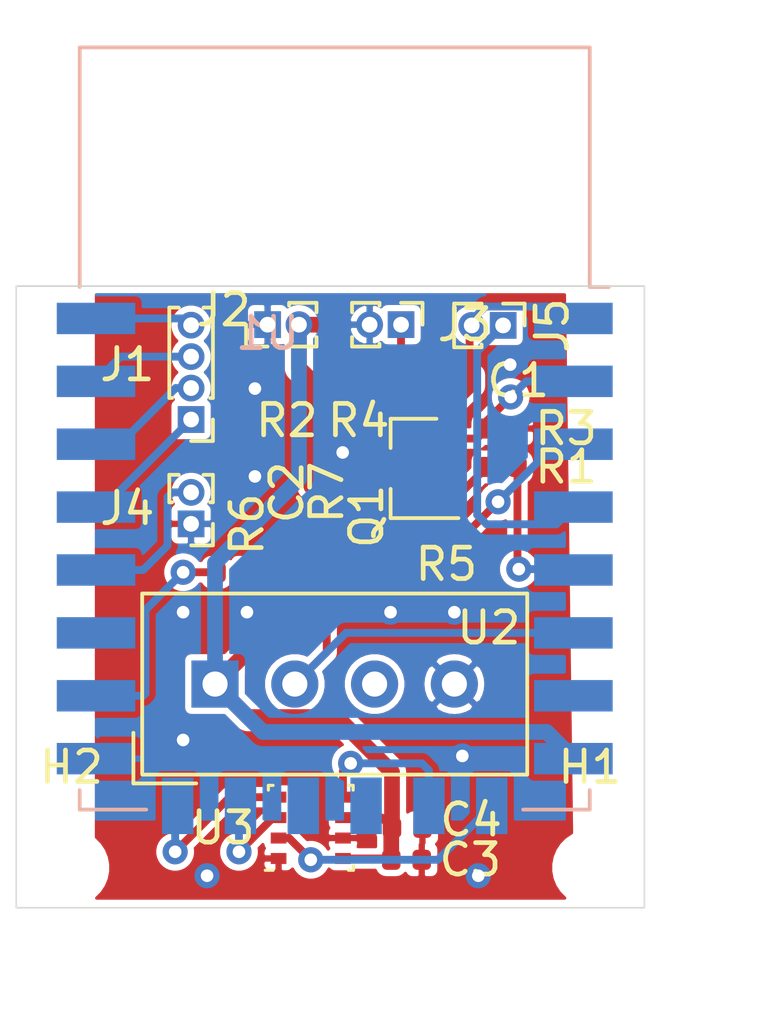
<source format=kicad_pcb>
(kicad_pcb (version 20171130) (host pcbnew 5.1.6)

  (general
    (thickness 1.6)
    (drawings 6)
    (tracks 125)
    (zones 0)
    (modules 22)
    (nets 26)
  )

  (page A4)
  (layers
    (0 F.Cu signal)
    (31 B.Cu signal)
    (32 B.Adhes user)
    (33 F.Adhes user)
    (34 B.Paste user)
    (35 F.Paste user)
    (36 B.SilkS user)
    (37 F.SilkS user)
    (38 B.Mask user)
    (39 F.Mask user)
    (40 Dwgs.User user)
    (41 Cmts.User user)
    (42 Eco1.User user)
    (43 Eco2.User user)
    (44 Edge.Cuts user)
    (45 Margin user)
    (46 B.CrtYd user)
    (47 F.CrtYd user)
    (48 B.Fab user)
    (49 F.Fab user hide)
  )

  (setup
    (last_trace_width 0.25)
    (user_trace_width 0.5)
    (trace_clearance 0.05)
    (zone_clearance 0.2)
    (zone_45_only no)
    (trace_min 0.2)
    (via_size 0.8)
    (via_drill 0.4)
    (via_min_size 0.4)
    (via_min_drill 0.3)
    (uvia_size 0.3)
    (uvia_drill 0.1)
    (uvias_allowed no)
    (uvia_min_size 0.2)
    (uvia_min_drill 0.1)
    (edge_width 0.05)
    (segment_width 0.2)
    (pcb_text_width 0.3)
    (pcb_text_size 1.5 1.5)
    (mod_edge_width 0.12)
    (mod_text_size 1 1)
    (mod_text_width 0.15)
    (pad_size 1.524 1.524)
    (pad_drill 0.762)
    (pad_to_mask_clearance 0.05)
    (aux_axis_origin 0 0)
    (visible_elements FFFFFF7F)
    (pcbplotparams
      (layerselection 0x010fc_ffffffff)
      (usegerberextensions false)
      (usegerberattributes true)
      (usegerberadvancedattributes true)
      (creategerberjobfile true)
      (excludeedgelayer true)
      (linewidth 0.100000)
      (plotframeref false)
      (viasonmask false)
      (mode 1)
      (useauxorigin false)
      (hpglpennumber 1)
      (hpglpenspeed 20)
      (hpglpendiameter 15.000000)
      (psnegative false)
      (psa4output false)
      (plotreference true)
      (plotvalue true)
      (plotinvisibletext false)
      (padsonsilk false)
      (subtractmaskfromsilk false)
      (outputformat 1)
      (mirror false)
      (drillshape 0)
      (scaleselection 1)
      (outputdirectory "gerber/"))
  )

  (net 0 "")
  (net 1 GND)
  (net 2 RESET)
  (net 3 +3V3)
  (net 4 "Net-(J1-Pad4)")
  (net 5 "Net-(J1-Pad3)")
  (net 6 "Net-(J1-Pad2)")
  (net 7 "Net-(J1-Pad1)")
  (net 8 "Net-(Q1-Pad1)")
  (net 9 GPIO16)
  (net 10 ADC)
  (net 11 ENABLE)
  (net 12 GPIO15)
  (net 13 GPIO12)
  (net 14 GPIO0)
  (net 15 "Net-(U1-Pad17)")
  (net 16 CLK)
  (net 17 SDO)
  (net 18 "Net-(U1-Pad12)")
  (net 19 "Net-(U1-Pad11)")
  (net 20 SDI)
  (net 21 CS)
  (net 22 "Net-(U1-Pad7)")
  (net 23 "Net-(U2-Pad3)")
  (net 24 GPIO14)
  (net 25 "Net-(Q1-Pad3)")

  (net_class Default "This is the default net class."
    (clearance 0.05)
    (trace_width 0.25)
    (via_dia 0.8)
    (via_drill 0.4)
    (uvia_dia 0.3)
    (uvia_drill 0.1)
    (add_net +3V3)
    (add_net ADC)
    (add_net CLK)
    (add_net CS)
    (add_net ENABLE)
    (add_net GND)
    (add_net GPIO0)
    (add_net GPIO12)
    (add_net GPIO14)
    (add_net GPIO15)
    (add_net GPIO16)
    (add_net "Net-(J1-Pad1)")
    (add_net "Net-(J1-Pad2)")
    (add_net "Net-(J1-Pad3)")
    (add_net "Net-(J1-Pad4)")
    (add_net "Net-(Q1-Pad1)")
    (add_net "Net-(Q1-Pad3)")
    (add_net "Net-(U1-Pad11)")
    (add_net "Net-(U1-Pad12)")
    (add_net "Net-(U1-Pad17)")
    (add_net "Net-(U1-Pad7)")
    (add_net "Net-(U2-Pad3)")
    (add_net RESET)
    (add_net SDI)
    (add_net SDO)
  )

  (module Package_LGA:Bosch_LGA-8_2.5x2.5mm_P0.65mm_ClockwisePinNumbering (layer F.Cu) (tedit 5A0FA816) (tstamp 5EDD7FB2)
    (at 87.376 109.728 90)
    (descr LGA-8)
    (tags "lga land grid array")
    (path /5EF13A73)
    (attr smd)
    (fp_text reference U3 (at 0 -2.794 180) (layer F.SilkS)
      (effects (font (size 1 1) (thickness 0.15)))
    )
    (fp_text value BME280 (at 0.015 2.535 90) (layer F.Fab)
      (effects (font (size 1 1) (thickness 0.15)))
    )
    (fp_line (start -1.35 1.36) (end -1.2 1.36) (layer F.SilkS) (width 0.1))
    (fp_line (start -1.25 -0.5) (end -0.5 -1.25) (layer F.Fab) (width 0.1))
    (fp_line (start -1.35 1.35) (end -1.35 1.2) (layer F.SilkS) (width 0.1))
    (fp_line (start 1.35 1.35) (end 1.35 1.2) (layer F.SilkS) (width 0.1))
    (fp_line (start 1.35 1.35) (end 1.2 1.35) (layer F.SilkS) (width 0.1))
    (fp_line (start 1.2 -1.35) (end 1.35 -1.35) (layer F.SilkS) (width 0.1))
    (fp_line (start 1.35 -1.35) (end 1.35 -1.2) (layer F.SilkS) (width 0.1))
    (fp_line (start -1.35 -1.2) (end -1.35 -1.45) (layer F.SilkS) (width 0.1))
    (fp_line (start -1.25 1.25) (end -1.25 -0.5) (layer F.Fab) (width 0.1))
    (fp_line (start -0.5 -1.25) (end 1.25 -1.25) (layer F.Fab) (width 0.1))
    (fp_line (start 1.25 -1.25) (end 1.25 1.25) (layer F.Fab) (width 0.1))
    (fp_line (start 1.25 1.25) (end -1.25 1.25) (layer F.Fab) (width 0.1))
    (fp_line (start -1.41 1.54) (end -1.41 -1.54) (layer F.CrtYd) (width 0.05))
    (fp_line (start -1.41 -1.54) (end 1.41 -1.54) (layer F.CrtYd) (width 0.05))
    (fp_line (start 1.41 -1.54) (end 1.41 1.54) (layer F.CrtYd) (width 0.05))
    (fp_line (start 1.41 1.54) (end -1.41 1.54) (layer F.CrtYd) (width 0.05))
    (fp_text user %R (at 0 0 270) (layer F.Fab)
      (effects (font (size 0.5 0.5) (thickness 0.075)))
    )
    (pad 5 smd rect (at 0.975 1.025 180) (size 0.5 0.35) (layers F.Cu F.Paste F.Mask)
      (net 20 SDI))
    (pad 6 smd rect (at 0.325 1.025 180) (size 0.5 0.35) (layers F.Cu F.Paste F.Mask)
      (net 3 +3V3))
    (pad 7 smd rect (at -0.325 1.025 180) (size 0.5 0.35) (layers F.Cu F.Paste F.Mask)
      (net 1 GND))
    (pad 8 smd rect (at -0.975 1.025 180) (size 0.5 0.35) (layers F.Cu F.Paste F.Mask)
      (net 3 +3V3))
    (pad 1 smd rect (at -0.975 -1.025 180) (size 0.5 0.35) (layers F.Cu F.Paste F.Mask)
      (net 1 GND))
    (pad 2 smd rect (at -0.325 -1.025 180) (size 0.5 0.35) (layers F.Cu F.Paste F.Mask)
      (net 21 CS))
    (pad 3 smd rect (at 0.325 -1.025 180) (size 0.5 0.35) (layers F.Cu F.Paste F.Mask)
      (net 17 SDO))
    (pad 4 smd rect (at 0.975 -1.025 180) (size 0.5 0.35) (layers F.Cu F.Paste F.Mask)
      (net 16 CLK))
    (model ${KISYS3DMOD}/Package_LGA.3dshapes/Bosch_LGA-8_2.5x2.5mm_P0.65mm_ClockwisePinNumbering.wrl
      (offset (xyz 0.01500000025472259 -0.03500000059435272 0))
      (scale (xyz 1 1 1))
      (rotate (xyz 0 0 0))
    )
  )

  (module Sensor:Aosong_DHT11_5.5x12.0_P2.54mm (layer F.Cu) (tedit 5C4B60CF) (tstamp 5EDD7F95)
    (at 84.328 105.156 90)
    (descr "Temperature and humidity module, http://akizukidenshi.com/download/ds/aosong/DHT11.pdf")
    (tags "Temperature and humidity module")
    (path /5EE931F1)
    (fp_text reference U2 (at 1.789 8.719) (layer F.SilkS)
      (effects (font (size 1 1) (thickness 0.15)))
    )
    (fp_text value DHT11 (at 3.821 7.703) (layer F.Fab)
      (effects (font (size 1 1) (thickness 0.15)))
    )
    (fp_line (start -1.75 -2.19) (end 2.75 -2.19) (layer F.Fab) (width 0.1))
    (fp_line (start 2.75 -2.19) (end 2.75 9.81) (layer F.Fab) (width 0.1))
    (fp_line (start 2.75 9.81) (end -2.75 9.81) (layer F.Fab) (width 0.1))
    (fp_line (start -2.75 -1.19) (end -2.75 9.81) (layer F.Fab) (width 0.1))
    (fp_line (start -2.87 -2.32) (end 2.87 -2.32) (layer F.SilkS) (width 0.12))
    (fp_line (start 2.88 -2.32) (end 2.88 9.94) (layer F.SilkS) (width 0.12))
    (fp_line (start 2.88 9.94) (end -2.88 9.94) (layer F.SilkS) (width 0.12))
    (fp_line (start -2.88 9.94) (end -2.88 -2.31) (layer F.SilkS) (width 0.12))
    (fp_line (start -3 -2.44) (end 3 -2.44) (layer F.CrtYd) (width 0.05))
    (fp_line (start 3 -2.44) (end 3 10.06) (layer F.CrtYd) (width 0.05))
    (fp_line (start 3 10.06) (end -3 10.06) (layer F.CrtYd) (width 0.05))
    (fp_line (start -3 10.06) (end -3 -2.44) (layer F.CrtYd) (width 0.05))
    (fp_line (start -2.75 -1.19) (end -1.75 -2.19) (layer F.Fab) (width 0.1))
    (fp_line (start -3.16 -2.6) (end -3.16 -0.6) (layer F.SilkS) (width 0.12))
    (fp_line (start -3.16 -2.6) (end -1.55 -2.6) (layer F.SilkS) (width 0.12))
    (fp_text user %R (at 0 3.81 90) (layer F.Fab)
      (effects (font (size 1 1) (thickness 0.15)))
    )
    (pad 4 thru_hole circle (at 0 7.62 90) (size 1.5 1.5) (drill 0.8) (layers *.Cu *.Mask)
      (net 1 GND))
    (pad 3 thru_hole circle (at 0 5.08 90) (size 1.5 1.5) (drill 0.8) (layers *.Cu *.Mask)
      (net 23 "Net-(U2-Pad3)"))
    (pad 2 thru_hole circle (at 0 2.54 90) (size 1.5 1.5) (drill 0.8) (layers *.Cu *.Mask)
      (net 13 GPIO12))
    (pad 1 thru_hole rect (at 0 0 90) (size 1.5 1.5) (drill 0.8) (layers *.Cu *.Mask)
      (net 3 +3V3))
    (model ${KISYS3DMOD}/Sensor.3dshapes/Aosong_DHT11_5.5x12.0_P2.54mm.wrl
      (at (xyz 0 0 0))
      (scale (xyz 1 1 1))
      (rotate (xyz 0 0 0))
    )
  )

  (module MountingHole:MountingHole_2mm (layer F.Cu) (tedit 5B924920) (tstamp 5EDE2857)
    (at 79.756 110.998)
    (descr "Mounting Hole 2mm, no annular")
    (tags "mounting hole 2mm no annular")
    (path /5F046D8D)
    (attr virtual)
    (fp_text reference H2 (at 0 -3.2) (layer F.SilkS)
      (effects (font (size 1 1) (thickness 0.15)))
    )
    (fp_text value MountingHole (at 0 3.1) (layer F.Fab)
      (effects (font (size 1 1) (thickness 0.15)))
    )
    (fp_circle (center 0 0) (end 2 0) (layer Cmts.User) (width 0.15))
    (fp_circle (center 0 0) (end 2.25 0) (layer F.CrtYd) (width 0.05))
    (fp_text user %R (at 0.3 0) (layer F.Fab)
      (effects (font (size 1 1) (thickness 0.15)))
    )
    (pad "" np_thru_hole circle (at 0 0) (size 2 2) (drill 2) (layers *.Cu *.Mask))
  )

  (module Connector_PinHeader_1.00mm:PinHeader_1x02_P1.00mm_Vertical (layer F.Cu) (tedit 59FED738) (tstamp 5EDE129C)
    (at 93.5 93.75 270)
    (descr "Through hole straight pin header, 1x02, 1.00mm pitch, single row")
    (tags "Through hole pin header THT 1x02 1.00mm single row")
    (path /5F02A8E2)
    (fp_text reference J5 (at 0 -1.56 90) (layer F.SilkS)
      (effects (font (size 1 1) (thickness 0.15)))
    )
    (fp_text value SLP (at 0 2.56 90) (layer F.Fab)
      (effects (font (size 1 1) (thickness 0.15)))
    )
    (fp_line (start -0.3175 -0.5) (end 0.635 -0.5) (layer F.Fab) (width 0.1))
    (fp_line (start 0.635 -0.5) (end 0.635 1.5) (layer F.Fab) (width 0.1))
    (fp_line (start 0.635 1.5) (end -0.635 1.5) (layer F.Fab) (width 0.1))
    (fp_line (start -0.635 1.5) (end -0.635 -0.1825) (layer F.Fab) (width 0.1))
    (fp_line (start -0.635 -0.1825) (end -0.3175 -0.5) (layer F.Fab) (width 0.1))
    (fp_line (start -0.695 1.56) (end -0.394493 1.56) (layer F.SilkS) (width 0.12))
    (fp_line (start 0.394493 1.56) (end 0.695 1.56) (layer F.SilkS) (width 0.12))
    (fp_line (start -0.695 0.685) (end -0.695 1.56) (layer F.SilkS) (width 0.12))
    (fp_line (start 0.695 0.685) (end 0.695 1.56) (layer F.SilkS) (width 0.12))
    (fp_line (start -0.695 0.685) (end -0.608276 0.685) (layer F.SilkS) (width 0.12))
    (fp_line (start 0.608276 0.685) (end 0.695 0.685) (layer F.SilkS) (width 0.12))
    (fp_line (start -0.695 0) (end -0.695 -0.685) (layer F.SilkS) (width 0.12))
    (fp_line (start -0.695 -0.685) (end 0 -0.685) (layer F.SilkS) (width 0.12))
    (fp_line (start -1.15 -1) (end -1.15 2) (layer F.CrtYd) (width 0.05))
    (fp_line (start -1.15 2) (end 1.15 2) (layer F.CrtYd) (width 0.05))
    (fp_line (start 1.15 2) (end 1.15 -1) (layer F.CrtYd) (width 0.05))
    (fp_line (start 1.15 -1) (end -1.15 -1) (layer F.CrtYd) (width 0.05))
    (fp_text user %R (at 0 0.5) (layer F.Fab)
      (effects (font (size 0.76 0.76) (thickness 0.114)))
    )
    (pad 2 thru_hole oval (at 0 1 270) (size 0.85 0.85) (drill 0.5) (layers *.Cu *.Mask)
      (net 2 RESET))
    (pad 1 thru_hole rect (at 0 0 270) (size 0.85 0.85) (drill 0.5) (layers *.Cu *.Mask)
      (net 9 GPIO16))
    (model ${KISYS3DMOD}/Connector_PinHeader_1.00mm.3dshapes/PinHeader_1x02_P1.00mm_Vertical.wrl
      (at (xyz 0 0 0))
      (scale (xyz 1 1 1))
      (rotate (xyz 0 0 0))
    )
  )

  (module MountingHole:MountingHole_2mm (layer F.Cu) (tedit 5B924920) (tstamp 5EDDBFF2)
    (at 96.266 110.998)
    (descr "Mounting Hole 2mm, no annular")
    (tags "mounting hole 2mm no annular")
    (path /5EFDCA38)
    (attr virtual)
    (fp_text reference H1 (at 0 -3.2) (layer F.SilkS)
      (effects (font (size 1 1) (thickness 0.15)))
    )
    (fp_text value MountingHole (at 0 3.1) (layer F.Fab)
      (effects (font (size 1 1) (thickness 0.15)))
    )
    (fp_circle (center 0 0) (end 2 0) (layer Cmts.User) (width 0.15))
    (fp_circle (center 0 0) (end 2.25 0) (layer F.CrtYd) (width 0.05))
    (fp_text user %R (at 0.3 0) (layer F.Fab)
      (effects (font (size 1 1) (thickness 0.15)))
    )
    (pad "" np_thru_hole circle (at 0 0) (size 2 2) (drill 2) (layers *.Cu *.Mask))
  )

  (module Resistor_SMD:R_0402_1005Metric (layer F.Cu) (tedit 5B301BBD) (tstamp 5EDD7F0E)
    (at 87.884 101.115 270)
    (descr "Resistor SMD 0402 (1005 Metric), square (rectangular) end terminal, IPC_7351 nominal, (Body size source: http://www.tortai-tech.com/upload/download/2011102023233369053.pdf), generated with kicad-footprint-generator")
    (tags resistor)
    (path /5EEB110E)
    (attr smd)
    (fp_text reference R7 (at -2.055 0 270) (layer F.SilkS)
      (effects (font (size 1 1) (thickness 0.15)))
    )
    (fp_text value 4.7K (at 0 1.17 90) (layer F.Fab)
      (effects (font (size 1 1) (thickness 0.15)))
    )
    (fp_line (start -0.5 0.25) (end -0.5 -0.25) (layer F.Fab) (width 0.1))
    (fp_line (start -0.5 -0.25) (end 0.5 -0.25) (layer F.Fab) (width 0.1))
    (fp_line (start 0.5 -0.25) (end 0.5 0.25) (layer F.Fab) (width 0.1))
    (fp_line (start 0.5 0.25) (end -0.5 0.25) (layer F.Fab) (width 0.1))
    (fp_line (start -0.93 0.47) (end -0.93 -0.47) (layer F.CrtYd) (width 0.05))
    (fp_line (start -0.93 -0.47) (end 0.93 -0.47) (layer F.CrtYd) (width 0.05))
    (fp_line (start 0.93 -0.47) (end 0.93 0.47) (layer F.CrtYd) (width 0.05))
    (fp_line (start 0.93 0.47) (end -0.93 0.47) (layer F.CrtYd) (width 0.05))
    (fp_text user %R (at 0 0 90) (layer F.Fab)
      (effects (font (size 0.25 0.25) (thickness 0.04)))
    )
    (pad 2 smd roundrect (at 0.485 0 270) (size 0.59 0.64) (layers F.Cu F.Paste F.Mask) (roundrect_rratio 0.25)
      (net 13 GPIO12))
    (pad 1 smd roundrect (at -0.485 0 270) (size 0.59 0.64) (layers F.Cu F.Paste F.Mask) (roundrect_rratio 0.25)
      (net 3 +3V3))
    (model ${KISYS3DMOD}/Resistor_SMD.3dshapes/R_0402_1005Metric.wrl
      (at (xyz 0 0 0))
      (scale (xyz 1 1 1))
      (rotate (xyz 0 0 0))
    )
  )

  (module Resistor_SMD:R_0402_1005Metric (layer F.Cu) (tedit 5B301BBD) (tstamp 5EDD7EFD)
    (at 84.859 101.6)
    (descr "Resistor SMD 0402 (1005 Metric), square (rectangular) end terminal, IPC_7351 nominal, (Body size source: http://www.tortai-tech.com/upload/download/2011102023233369053.pdf), generated with kicad-footprint-generator")
    (tags resistor)
    (path /5EDD8EF0)
    (attr smd)
    (fp_text reference R6 (at 0.485 -1.524 90) (layer F.SilkS)
      (effects (font (size 1 1) (thickness 0.15)))
    )
    (fp_text value 1K (at 0 1.17) (layer F.Fab)
      (effects (font (size 1 1) (thickness 0.15)))
    )
    (fp_line (start -0.5 0.25) (end -0.5 -0.25) (layer F.Fab) (width 0.1))
    (fp_line (start -0.5 -0.25) (end 0.5 -0.25) (layer F.Fab) (width 0.1))
    (fp_line (start 0.5 -0.25) (end 0.5 0.25) (layer F.Fab) (width 0.1))
    (fp_line (start 0.5 0.25) (end -0.5 0.25) (layer F.Fab) (width 0.1))
    (fp_line (start -0.93 0.47) (end -0.93 -0.47) (layer F.CrtYd) (width 0.05))
    (fp_line (start -0.93 -0.47) (end 0.93 -0.47) (layer F.CrtYd) (width 0.05))
    (fp_line (start 0.93 -0.47) (end 0.93 0.47) (layer F.CrtYd) (width 0.05))
    (fp_line (start 0.93 0.47) (end -0.93 0.47) (layer F.CrtYd) (width 0.05))
    (fp_text user %R (at 0 0) (layer F.Fab)
      (effects (font (size 0.25 0.25) (thickness 0.04)))
    )
    (pad 2 smd roundrect (at 0.485 0) (size 0.59 0.64) (layers F.Cu F.Paste F.Mask) (roundrect_rratio 0.25)
      (net 1 GND))
    (pad 1 smd roundrect (at -0.485 0) (size 0.59 0.64) (layers F.Cu F.Paste F.Mask) (roundrect_rratio 0.25)
      (net 12 GPIO15))
    (model ${KISYS3DMOD}/Resistor_SMD.3dshapes/R_0402_1005Metric.wrl
      (at (xyz 0 0 0))
      (scale (xyz 1 1 1))
      (rotate (xyz 0 0 0))
    )
  )

  (module Resistor_SMD:R_0402_1005Metric (layer F.Cu) (tedit 5B301BBD) (tstamp 5EDD7EEC)
    (at 89.662 101.346)
    (descr "Resistor SMD 0402 (1005 Metric), square (rectangular) end terminal, IPC_7351 nominal, (Body size source: http://www.tortai-tech.com/upload/download/2011102023233369053.pdf), generated with kicad-footprint-generator")
    (tags resistor)
    (path /5EDCF6F0)
    (attr smd)
    (fp_text reference R5 (at 2.032 0) (layer F.SilkS)
      (effects (font (size 1 1) (thickness 0.15)))
    )
    (fp_text value 1K (at 0 1.17) (layer F.Fab)
      (effects (font (size 1 1) (thickness 0.15)))
    )
    (fp_line (start -0.5 0.25) (end -0.5 -0.25) (layer F.Fab) (width 0.1))
    (fp_line (start -0.5 -0.25) (end 0.5 -0.25) (layer F.Fab) (width 0.1))
    (fp_line (start 0.5 -0.25) (end 0.5 0.25) (layer F.Fab) (width 0.1))
    (fp_line (start 0.5 0.25) (end -0.5 0.25) (layer F.Fab) (width 0.1))
    (fp_line (start -0.93 0.47) (end -0.93 -0.47) (layer F.CrtYd) (width 0.05))
    (fp_line (start -0.93 -0.47) (end 0.93 -0.47) (layer F.CrtYd) (width 0.05))
    (fp_line (start 0.93 -0.47) (end 0.93 0.47) (layer F.CrtYd) (width 0.05))
    (fp_line (start 0.93 0.47) (end -0.93 0.47) (layer F.CrtYd) (width 0.05))
    (fp_text user %R (at 0 0) (layer F.Fab)
      (effects (font (size 0.25 0.25) (thickness 0.04)))
    )
    (pad 2 smd roundrect (at 0.485 0) (size 0.59 0.64) (layers F.Cu F.Paste F.Mask) (roundrect_rratio 0.25)
      (net 11 ENABLE))
    (pad 1 smd roundrect (at -0.485 0) (size 0.59 0.64) (layers F.Cu F.Paste F.Mask) (roundrect_rratio 0.25)
      (net 3 +3V3))
    (model ${KISYS3DMOD}/Resistor_SMD.3dshapes/R_0402_1005Metric.wrl
      (at (xyz 0 0 0))
      (scale (xyz 1 1 1))
      (rotate (xyz 0 0 0))
    )
  )

  (module Resistor_SMD:R_0402_1005Metric (layer F.Cu) (tedit 5B301BBD) (tstamp 5EDD7EDB)
    (at 89.916 95.504)
    (descr "Resistor SMD 0402 (1005 Metric), square (rectangular) end terminal, IPC_7351 nominal, (Body size source: http://www.tortai-tech.com/upload/download/2011102023233369053.pdf), generated with kicad-footprint-generator")
    (tags resistor)
    (path /5EDCFCC2)
    (attr smd)
    (fp_text reference R4 (at -1.016 1.27) (layer F.SilkS)
      (effects (font (size 1 1) (thickness 0.15)))
    )
    (fp_text value 10K (at 0 1.17) (layer F.Fab)
      (effects (font (size 1 1) (thickness 0.15)))
    )
    (fp_line (start -0.5 0.25) (end -0.5 -0.25) (layer F.Fab) (width 0.1))
    (fp_line (start -0.5 -0.25) (end 0.5 -0.25) (layer F.Fab) (width 0.1))
    (fp_line (start 0.5 -0.25) (end 0.5 0.25) (layer F.Fab) (width 0.1))
    (fp_line (start 0.5 0.25) (end -0.5 0.25) (layer F.Fab) (width 0.1))
    (fp_line (start -0.93 0.47) (end -0.93 -0.47) (layer F.CrtYd) (width 0.05))
    (fp_line (start -0.93 -0.47) (end 0.93 -0.47) (layer F.CrtYd) (width 0.05))
    (fp_line (start 0.93 -0.47) (end 0.93 0.47) (layer F.CrtYd) (width 0.05))
    (fp_line (start 0.93 0.47) (end -0.93 0.47) (layer F.CrtYd) (width 0.05))
    (fp_text user %R (at 0 0) (layer F.Fab)
      (effects (font (size 0.25 0.25) (thickness 0.04)))
    )
    (pad 2 smd roundrect (at 0.485 0) (size 0.59 0.64) (layers F.Cu F.Paste F.Mask) (roundrect_rratio 0.25)
      (net 2 RESET))
    (pad 1 smd roundrect (at -0.485 0) (size 0.59 0.64) (layers F.Cu F.Paste F.Mask) (roundrect_rratio 0.25)
      (net 3 +3V3))
    (model ${KISYS3DMOD}/Resistor_SMD.3dshapes/R_0402_1005Metric.wrl
      (at (xyz 0 0 0))
      (scale (xyz 1 1 1))
      (rotate (xyz 0 0 0))
    )
  )

  (module Resistor_SMD:R_0402_1005Metric (layer F.Cu) (tedit 5B301BBD) (tstamp 5EDD7ECA)
    (at 93.472 97.028)
    (descr "Resistor SMD 0402 (1005 Metric), square (rectangular) end terminal, IPC_7351 nominal, (Body size source: http://www.tortai-tech.com/upload/download/2011102023233369053.pdf), generated with kicad-footprint-generator")
    (tags resistor)
    (path /5EDF0391)
    (attr smd)
    (fp_text reference R3 (at 2.032 0) (layer F.SilkS)
      (effects (font (size 1 1) (thickness 0.15)))
    )
    (fp_text value 10K (at 0 1.17) (layer F.Fab)
      (effects (font (size 1 1) (thickness 0.15)))
    )
    (fp_line (start -0.5 0.25) (end -0.5 -0.25) (layer F.Fab) (width 0.1))
    (fp_line (start -0.5 -0.25) (end 0.5 -0.25) (layer F.Fab) (width 0.1))
    (fp_line (start 0.5 -0.25) (end 0.5 0.25) (layer F.Fab) (width 0.1))
    (fp_line (start 0.5 0.25) (end -0.5 0.25) (layer F.Fab) (width 0.1))
    (fp_line (start -0.93 0.47) (end -0.93 -0.47) (layer F.CrtYd) (width 0.05))
    (fp_line (start -0.93 -0.47) (end 0.93 -0.47) (layer F.CrtYd) (width 0.05))
    (fp_line (start 0.93 -0.47) (end 0.93 0.47) (layer F.CrtYd) (width 0.05))
    (fp_line (start 0.93 0.47) (end -0.93 0.47) (layer F.CrtYd) (width 0.05))
    (fp_text user %R (at 0 0) (layer F.Fab)
      (effects (font (size 0.25 0.25) (thickness 0.04)))
    )
    (pad 2 smd roundrect (at 0.485 0) (size 0.59 0.64) (layers F.Cu F.Paste F.Mask) (roundrect_rratio 0.25)
      (net 1 GND))
    (pad 1 smd roundrect (at -0.485 0) (size 0.59 0.64) (layers F.Cu F.Paste F.Mask) (roundrect_rratio 0.25)
      (net 10 ADC))
    (model ${KISYS3DMOD}/Resistor_SMD.3dshapes/R_0402_1005Metric.wrl
      (at (xyz 0 0 0))
      (scale (xyz 1 1 1))
      (rotate (xyz 0 0 0))
    )
  )

  (module Resistor_SMD:R_0402_1005Metric (layer F.Cu) (tedit 5B301BBD) (tstamp 5EDD7EB9)
    (at 87.884 95.504)
    (descr "Resistor SMD 0402 (1005 Metric), square (rectangular) end terminal, IPC_7351 nominal, (Body size source: http://www.tortai-tech.com/upload/download/2011102023233369053.pdf), generated with kicad-footprint-generator")
    (tags resistor)
    (path /5EDEFD4D)
    (attr smd)
    (fp_text reference R2 (at -1.27 1.27) (layer F.SilkS)
      (effects (font (size 1 1) (thickness 0.15)))
    )
    (fp_text value 33K (at 0 1.17) (layer F.Fab)
      (effects (font (size 1 1) (thickness 0.15)))
    )
    (fp_line (start -0.5 0.25) (end -0.5 -0.25) (layer F.Fab) (width 0.1))
    (fp_line (start -0.5 -0.25) (end 0.5 -0.25) (layer F.Fab) (width 0.1))
    (fp_line (start 0.5 -0.25) (end 0.5 0.25) (layer F.Fab) (width 0.1))
    (fp_line (start 0.5 0.25) (end -0.5 0.25) (layer F.Fab) (width 0.1))
    (fp_line (start -0.93 0.47) (end -0.93 -0.47) (layer F.CrtYd) (width 0.05))
    (fp_line (start -0.93 -0.47) (end 0.93 -0.47) (layer F.CrtYd) (width 0.05))
    (fp_line (start 0.93 -0.47) (end 0.93 0.47) (layer F.CrtYd) (width 0.05))
    (fp_line (start 0.93 0.47) (end -0.93 0.47) (layer F.CrtYd) (width 0.05))
    (fp_text user %R (at 0 0) (layer F.Fab)
      (effects (font (size 0.25 0.25) (thickness 0.04)))
    )
    (pad 2 smd roundrect (at 0.485 0) (size 0.59 0.64) (layers F.Cu F.Paste F.Mask) (roundrect_rratio 0.25)
      (net 25 "Net-(Q1-Pad3)"))
    (pad 1 smd roundrect (at -0.485 0) (size 0.59 0.64) (layers F.Cu F.Paste F.Mask) (roundrect_rratio 0.25)
      (net 3 +3V3))
    (model ${KISYS3DMOD}/Resistor_SMD.3dshapes/R_0402_1005Metric.wrl
      (at (xyz 0 0 0))
      (scale (xyz 1 1 1))
      (rotate (xyz 0 0 0))
    )
  )

  (module Resistor_SMD:R_0402_1005Metric (layer F.Cu) (tedit 5B301BBD) (tstamp 5EDE218D)
    (at 93.472 98.25 180)
    (descr "Resistor SMD 0402 (1005 Metric), square (rectangular) end terminal, IPC_7351 nominal, (Body size source: http://www.tortai-tech.com/upload/download/2011102023233369053.pdf), generated with kicad-footprint-generator")
    (tags resistor)
    (path /5EDF1A6D)
    (attr smd)
    (fp_text reference R1 (at -2.032 0) (layer F.SilkS)
      (effects (font (size 1 1) (thickness 0.15)))
    )
    (fp_text value 1K (at 0 1.17) (layer F.Fab)
      (effects (font (size 1 1) (thickness 0.15)))
    )
    (fp_line (start -0.5 0.25) (end -0.5 -0.25) (layer F.Fab) (width 0.1))
    (fp_line (start -0.5 -0.25) (end 0.5 -0.25) (layer F.Fab) (width 0.1))
    (fp_line (start 0.5 -0.25) (end 0.5 0.25) (layer F.Fab) (width 0.1))
    (fp_line (start 0.5 0.25) (end -0.5 0.25) (layer F.Fab) (width 0.1))
    (fp_line (start -0.93 0.47) (end -0.93 -0.47) (layer F.CrtYd) (width 0.05))
    (fp_line (start -0.93 -0.47) (end 0.93 -0.47) (layer F.CrtYd) (width 0.05))
    (fp_line (start 0.93 -0.47) (end 0.93 0.47) (layer F.CrtYd) (width 0.05))
    (fp_line (start 0.93 0.47) (end -0.93 0.47) (layer F.CrtYd) (width 0.05))
    (fp_text user %R (at 0 0) (layer F.Fab)
      (effects (font (size 0.25 0.25) (thickness 0.04)))
    )
    (pad 2 smd roundrect (at 0.485 0 180) (size 0.59 0.64) (layers F.Cu F.Paste F.Mask) (roundrect_rratio 0.25)
      (net 8 "Net-(Q1-Pad1)"))
    (pad 1 smd roundrect (at -0.485 0 180) (size 0.59 0.64) (layers F.Cu F.Paste F.Mask) (roundrect_rratio 0.25)
      (net 24 GPIO14))
    (model ${KISYS3DMOD}/Resistor_SMD.3dshapes/R_0402_1005Metric.wrl
      (at (xyz 0 0 0))
      (scale (xyz 1 1 1))
      (rotate (xyz 0 0 0))
    )
  )

  (module Package_TO_SOT_SMD:SOT-23 (layer F.Cu) (tedit 5A02FF57) (tstamp 5EDDAC91)
    (at 90.678 98.298 180)
    (descr "SOT-23, Standard")
    (tags SOT-23)
    (path /5EDE920C)
    (attr smd)
    (fp_text reference Q1 (at 1.524 -1.524 270) (layer F.SilkS)
      (effects (font (size 1 1) (thickness 0.15)))
    )
    (fp_text value Q_NPN_BCE (at 0 2.5) (layer F.Fab)
      (effects (font (size 1 1) (thickness 0.15)))
    )
    (fp_line (start -0.7 -0.95) (end -0.7 1.5) (layer F.Fab) (width 0.1))
    (fp_line (start -0.15 -1.52) (end 0.7 -1.52) (layer F.Fab) (width 0.1))
    (fp_line (start -0.7 -0.95) (end -0.15 -1.52) (layer F.Fab) (width 0.1))
    (fp_line (start 0.7 -1.52) (end 0.7 1.52) (layer F.Fab) (width 0.1))
    (fp_line (start -0.7 1.52) (end 0.7 1.52) (layer F.Fab) (width 0.1))
    (fp_line (start 0.76 1.58) (end 0.76 0.65) (layer F.SilkS) (width 0.12))
    (fp_line (start 0.76 -1.58) (end 0.76 -0.65) (layer F.SilkS) (width 0.12))
    (fp_line (start -1.7 -1.75) (end 1.7 -1.75) (layer F.CrtYd) (width 0.05))
    (fp_line (start 1.7 -1.75) (end 1.7 1.75) (layer F.CrtYd) (width 0.05))
    (fp_line (start 1.7 1.75) (end -1.7 1.75) (layer F.CrtYd) (width 0.05))
    (fp_line (start -1.7 1.75) (end -1.7 -1.75) (layer F.CrtYd) (width 0.05))
    (fp_line (start 0.76 -1.58) (end -1.4 -1.58) (layer F.SilkS) (width 0.12))
    (fp_line (start 0.76 1.58) (end -0.7 1.58) (layer F.SilkS) (width 0.12))
    (fp_text user %R (at 0 0 90) (layer F.Fab)
      (effects (font (size 0.5 0.5) (thickness 0.075)))
    )
    (pad 3 smd rect (at 1 0 180) (size 0.9 0.8) (layers F.Cu F.Paste F.Mask)
      (net 25 "Net-(Q1-Pad3)"))
    (pad 2 smd rect (at -1 0.95 180) (size 0.9 0.8) (layers F.Cu F.Paste F.Mask)
      (net 10 ADC))
    (pad 1 smd rect (at -1 -0.95 180) (size 0.9 0.8) (layers F.Cu F.Paste F.Mask)
      (net 8 "Net-(Q1-Pad1)"))
    (model ${KISYS3DMOD}/Package_TO_SOT_SMD.3dshapes/SOT-23.wrl
      (at (xyz 0 0 0))
      (scale (xyz 1 1 1))
      (rotate (xyz 0 0 0))
    )
  )

  (module Connector_PinHeader_1.00mm:PinHeader_1x02_P1.00mm_Vertical (layer F.Cu) (tedit 59FED738) (tstamp 5EDD7E97)
    (at 86 93.726 90)
    (descr "Through hole straight pin header, 1x02, 1.00mm pitch, single row")
    (tags "Through hole pin header THT 1x02 1.00mm single row")
    (path /5EEE8772)
    (fp_text reference J2 (at 0.476 -1.4 180) (layer F.SilkS)
      (effects (font (size 1 1) (thickness 0.15)))
    )
    (fp_text value PWR (at 2.032 0.492 180) (layer F.Fab)
      (effects (font (size 1 1) (thickness 0.15)))
    )
    (fp_line (start -0.3175 -0.5) (end 0.635 -0.5) (layer F.Fab) (width 0.1))
    (fp_line (start 0.635 -0.5) (end 0.635 1.5) (layer F.Fab) (width 0.1))
    (fp_line (start 0.635 1.5) (end -0.635 1.5) (layer F.Fab) (width 0.1))
    (fp_line (start -0.635 1.5) (end -0.635 -0.1825) (layer F.Fab) (width 0.1))
    (fp_line (start -0.635 -0.1825) (end -0.3175 -0.5) (layer F.Fab) (width 0.1))
    (fp_line (start -0.695 1.56) (end -0.394493 1.56) (layer F.SilkS) (width 0.12))
    (fp_line (start 0.394493 1.56) (end 0.695 1.56) (layer F.SilkS) (width 0.12))
    (fp_line (start -0.695 0.685) (end -0.695 1.56) (layer F.SilkS) (width 0.12))
    (fp_line (start 0.695 0.685) (end 0.695 1.56) (layer F.SilkS) (width 0.12))
    (fp_line (start -0.695 0.685) (end -0.608276 0.685) (layer F.SilkS) (width 0.12))
    (fp_line (start 0.608276 0.685) (end 0.695 0.685) (layer F.SilkS) (width 0.12))
    (fp_line (start -0.695 0) (end -0.695 -0.685) (layer F.SilkS) (width 0.12))
    (fp_line (start -0.695 -0.685) (end 0 -0.685) (layer F.SilkS) (width 0.12))
    (fp_line (start -1.15 -1) (end -1.15 2) (layer F.CrtYd) (width 0.05))
    (fp_line (start -1.15 2) (end 1.15 2) (layer F.CrtYd) (width 0.05))
    (fp_line (start 1.15 2) (end 1.15 -1) (layer F.CrtYd) (width 0.05))
    (fp_line (start 1.15 -1) (end -1.15 -1) (layer F.CrtYd) (width 0.05))
    (fp_text user %R (at 0 0.5) (layer F.Fab)
      (effects (font (size 0.76 0.76) (thickness 0.114)))
    )
    (pad 2 thru_hole oval (at 0 1 90) (size 0.85 0.85) (drill 0.5) (layers *.Cu *.Mask)
      (net 3 +3V3))
    (pad 1 thru_hole rect (at 0 0 90) (size 0.85 0.85) (drill 0.5) (layers *.Cu *.Mask)
      (net 1 GND))
    (model ${KISYS3DMOD}/Connector_PinHeader_1.00mm.3dshapes/PinHeader_1x02_P1.00mm_Vertical.wrl
      (at (xyz 0 0 0))
      (scale (xyz 1 1 1))
      (rotate (xyz 0 0 0))
    )
  )

  (module Connector_PinHeader_1.00mm:PinHeader_1x02_P1.00mm_Vertical (layer F.Cu) (tedit 59FED738) (tstamp 5EDD8524)
    (at 83.566 100.06 180)
    (descr "Through hole straight pin header, 1x02, 1.00mm pitch, single row")
    (tags "Through hole pin header THT 1x02 1.00mm single row")
    (path /5EFA7646)
    (fp_text reference J4 (at 2.032 0.492) (layer F.SilkS)
      (effects (font (size 1 1) (thickness 0.15)))
    )
    (fp_text value PRG (at 0 2.56) (layer F.Fab)
      (effects (font (size 1 1) (thickness 0.15)))
    )
    (fp_line (start -0.3175 -0.5) (end 0.635 -0.5) (layer F.Fab) (width 0.1))
    (fp_line (start 0.635 -0.5) (end 0.635 1.5) (layer F.Fab) (width 0.1))
    (fp_line (start 0.635 1.5) (end -0.635 1.5) (layer F.Fab) (width 0.1))
    (fp_line (start -0.635 1.5) (end -0.635 -0.1825) (layer F.Fab) (width 0.1))
    (fp_line (start -0.635 -0.1825) (end -0.3175 -0.5) (layer F.Fab) (width 0.1))
    (fp_line (start -0.695 1.56) (end -0.394493 1.56) (layer F.SilkS) (width 0.12))
    (fp_line (start 0.394493 1.56) (end 0.695 1.56) (layer F.SilkS) (width 0.12))
    (fp_line (start -0.695 0.685) (end -0.695 1.56) (layer F.SilkS) (width 0.12))
    (fp_line (start 0.695 0.685) (end 0.695 1.56) (layer F.SilkS) (width 0.12))
    (fp_line (start -0.695 0.685) (end -0.608276 0.685) (layer F.SilkS) (width 0.12))
    (fp_line (start 0.608276 0.685) (end 0.695 0.685) (layer F.SilkS) (width 0.12))
    (fp_line (start -0.695 0) (end -0.695 -0.685) (layer F.SilkS) (width 0.12))
    (fp_line (start -0.695 -0.685) (end 0 -0.685) (layer F.SilkS) (width 0.12))
    (fp_line (start -1.15 -1) (end -1.15 2) (layer F.CrtYd) (width 0.05))
    (fp_line (start -1.15 2) (end 1.15 2) (layer F.CrtYd) (width 0.05))
    (fp_line (start 1.15 2) (end 1.15 -1) (layer F.CrtYd) (width 0.05))
    (fp_line (start 1.15 -1) (end -1.15 -1) (layer F.CrtYd) (width 0.05))
    (fp_text user %R (at 0 0.5 90) (layer F.Fab)
      (effects (font (size 0.76 0.76) (thickness 0.114)))
    )
    (pad 2 thru_hole oval (at 0 1 180) (size 0.85 0.85) (drill 0.5) (layers *.Cu *.Mask)
      (net 14 GPIO0))
    (pad 1 thru_hole rect (at 0 0 180) (size 0.85 0.85) (drill 0.5) (layers *.Cu *.Mask)
      (net 1 GND))
    (model ${KISYS3DMOD}/Connector_PinHeader_1.00mm.3dshapes/PinHeader_1x02_P1.00mm_Vertical.wrl
      (at (xyz 0 0 0))
      (scale (xyz 1 1 1))
      (rotate (xyz 0 0 0))
    )
  )

  (module Connector_PinHeader_1.00mm:PinHeader_1x02_P1.00mm_Vertical (layer F.Cu) (tedit 59FED738) (tstamp 5EDD850C)
    (at 90.25 93.726 270)
    (descr "Through hole straight pin header, 1x02, 1.00mm pitch, single row")
    (tags "Through hole pin header THT 1x02 1.00mm single row")
    (path /5EFA4ADB)
    (fp_text reference J3 (at 0 -2.032 180) (layer F.SilkS)
      (effects (font (size 1 1) (thickness 0.15)))
    )
    (fp_text value RST (at 0 2.56 90) (layer F.Fab)
      (effects (font (size 1 1) (thickness 0.15)))
    )
    (fp_line (start -0.3175 -0.5) (end 0.635 -0.5) (layer F.Fab) (width 0.1))
    (fp_line (start 0.635 -0.5) (end 0.635 1.5) (layer F.Fab) (width 0.1))
    (fp_line (start 0.635 1.5) (end -0.635 1.5) (layer F.Fab) (width 0.1))
    (fp_line (start -0.635 1.5) (end -0.635 -0.1825) (layer F.Fab) (width 0.1))
    (fp_line (start -0.635 -0.1825) (end -0.3175 -0.5) (layer F.Fab) (width 0.1))
    (fp_line (start -0.695 1.56) (end -0.394493 1.56) (layer F.SilkS) (width 0.12))
    (fp_line (start 0.394493 1.56) (end 0.695 1.56) (layer F.SilkS) (width 0.12))
    (fp_line (start -0.695 0.685) (end -0.695 1.56) (layer F.SilkS) (width 0.12))
    (fp_line (start 0.695 0.685) (end 0.695 1.56) (layer F.SilkS) (width 0.12))
    (fp_line (start -0.695 0.685) (end -0.608276 0.685) (layer F.SilkS) (width 0.12))
    (fp_line (start 0.608276 0.685) (end 0.695 0.685) (layer F.SilkS) (width 0.12))
    (fp_line (start -0.695 0) (end -0.695 -0.685) (layer F.SilkS) (width 0.12))
    (fp_line (start -0.695 -0.685) (end 0 -0.685) (layer F.SilkS) (width 0.12))
    (fp_line (start -1.15 -1) (end -1.15 2) (layer F.CrtYd) (width 0.05))
    (fp_line (start -1.15 2) (end 1.15 2) (layer F.CrtYd) (width 0.05))
    (fp_line (start 1.15 2) (end 1.15 -1) (layer F.CrtYd) (width 0.05))
    (fp_line (start 1.15 -1) (end -1.15 -1) (layer F.CrtYd) (width 0.05))
    (fp_text user %R (at 0 0.5) (layer F.Fab)
      (effects (font (size 0.76 0.76) (thickness 0.114)))
    )
    (pad 2 thru_hole oval (at 0 1 270) (size 0.85 0.85) (drill 0.5) (layers *.Cu *.Mask)
      (net 1 GND))
    (pad 1 thru_hole rect (at 0 0 270) (size 0.85 0.85) (drill 0.5) (layers *.Cu *.Mask)
      (net 2 RESET))
    (model ${KISYS3DMOD}/Connector_PinHeader_1.00mm.3dshapes/PinHeader_1x02_P1.00mm_Vertical.wrl
      (at (xyz 0 0 0))
      (scale (xyz 1 1 1))
      (rotate (xyz 0 0 0))
    )
  )

  (module RF_Module:ESP-12E (layer B.Cu) (tedit 5A030172) (tstamp 5EDD7F7D)
    (at 88.138 97.028 180)
    (descr "Wi-Fi Module, http://wiki.ai-thinker.com/_media/esp8266/docs/aithinker_esp_12f_datasheet_en.pdf")
    (tags "Wi-Fi Module")
    (path /5EDCC649)
    (attr smd)
    (fp_text reference U1 (at 2.138 3.028) (layer B.SilkS)
      (effects (font (size 1 1) (thickness 0.15)) (justify mirror))
    )
    (fp_text value ESP-12E (at -0.06 12.78) (layer B.Fab)
      (effects (font (size 1 1) (thickness 0.15)) (justify mirror))
    )
    (fp_line (start -8 12) (end 8 12) (layer B.Fab) (width 0.12))
    (fp_line (start 8 12) (end 8 -12) (layer B.Fab) (width 0.12))
    (fp_line (start 8 -12) (end -8 -12) (layer B.Fab) (width 0.12))
    (fp_line (start -8 -12) (end -8 3) (layer B.Fab) (width 0.12))
    (fp_line (start -8 3) (end -7.5 3.5) (layer B.Fab) (width 0.12))
    (fp_line (start -7.5 3.5) (end -8 4) (layer B.Fab) (width 0.12))
    (fp_line (start -8 4) (end -8 12) (layer B.Fab) (width 0.12))
    (fp_line (start -9.05 12.2) (end 9.05 12.2) (layer B.CrtYd) (width 0.05))
    (fp_line (start 9.05 12.2) (end 9.05 -13.1) (layer B.CrtYd) (width 0.05))
    (fp_line (start 9.05 -13.1) (end -9.05 -13.1) (layer B.CrtYd) (width 0.05))
    (fp_line (start -9.05 -13.1) (end -9.05 12.2) (layer B.CrtYd) (width 0.05))
    (fp_line (start -8.12 12.12) (end 8.12 12.12) (layer B.SilkS) (width 0.12))
    (fp_line (start 8.12 12.12) (end 8.12 4.5) (layer B.SilkS) (width 0.12))
    (fp_line (start 8.12 -11.5) (end 8.12 -12.12) (layer B.SilkS) (width 0.12))
    (fp_line (start 8.12 -12.12) (end 6 -12.12) (layer B.SilkS) (width 0.12))
    (fp_line (start -6 -12.12) (end -8.12 -12.12) (layer B.SilkS) (width 0.12))
    (fp_line (start -8.12 -12.12) (end -8.12 -11.5) (layer B.SilkS) (width 0.12))
    (fp_line (start -8.12 4.5) (end -8.12 12.12) (layer B.SilkS) (width 0.12))
    (fp_line (start -8.12 4.5) (end -8.73 4.5) (layer B.SilkS) (width 0.12))
    (fp_line (start -8.12 12.12) (end 8.12 12.12) (layer Dwgs.User) (width 0.12))
    (fp_line (start 8.12 12.12) (end 8.12 4.8) (layer Dwgs.User) (width 0.12))
    (fp_line (start 8.12 4.8) (end -8.12 4.8) (layer Dwgs.User) (width 0.12))
    (fp_line (start -8.12 4.8) (end -8.12 12.12) (layer Dwgs.User) (width 0.12))
    (fp_line (start -8.12 9.12) (end -5.12 12.12) (layer Dwgs.User) (width 0.12))
    (fp_line (start -8.12 6.12) (end -2.12 12.12) (layer Dwgs.User) (width 0.12))
    (fp_line (start -6.44 4.8) (end 0.88 12.12) (layer Dwgs.User) (width 0.12))
    (fp_line (start -3.44 4.8) (end 3.88 12.12) (layer Dwgs.User) (width 0.12))
    (fp_line (start -0.44 4.8) (end 6.88 12.12) (layer Dwgs.User) (width 0.12))
    (fp_line (start 2.56 4.8) (end 8.12 10.36) (layer Dwgs.User) (width 0.12))
    (fp_line (start 5.56 4.8) (end 8.12 7.36) (layer Dwgs.User) (width 0.12))
    (fp_text user %R (at 0.49 0.8) (layer B.Fab)
      (effects (font (size 1 1) (thickness 0.15)) (justify mirror))
    )
    (fp_text user "KEEP-OUT ZONE" (at 0.03 9.55 180) (layer Cmts.User)
      (effects (font (size 1 1) (thickness 0.15)))
    )
    (fp_text user Antenna (at -0.06 7 180) (layer Cmts.User)
      (effects (font (size 1 1) (thickness 0.15)))
    )
    (pad 22 smd rect (at 7.6 3.5 180) (size 2.5 1) (layers B.Cu B.Paste B.Mask)
      (net 4 "Net-(J1-Pad4)"))
    (pad 21 smd rect (at 7.6 1.5 180) (size 2.5 1) (layers B.Cu B.Paste B.Mask)
      (net 5 "Net-(J1-Pad3)"))
    (pad 20 smd rect (at 7.6 -0.5 180) (size 2.5 1) (layers B.Cu B.Paste B.Mask)
      (net 6 "Net-(J1-Pad2)"))
    (pad 19 smd rect (at 7.6 -2.5 180) (size 2.5 1) (layers B.Cu B.Paste B.Mask)
      (net 7 "Net-(J1-Pad1)"))
    (pad 18 smd rect (at 7.6 -4.5 180) (size 2.5 1) (layers B.Cu B.Paste B.Mask)
      (net 14 GPIO0))
    (pad 17 smd rect (at 7.6 -6.5 180) (size 2.5 1) (layers B.Cu B.Paste B.Mask)
      (net 15 "Net-(U1-Pad17)"))
    (pad 16 smd rect (at 7.6 -8.5 180) (size 2.5 1) (layers B.Cu B.Paste B.Mask)
      (net 12 GPIO15))
    (pad 15 smd rect (at 7.6 -10.5 180) (size 2.5 1) (layers B.Cu B.Paste B.Mask)
      (net 1 GND))
    (pad 14 smd rect (at 5 -12 180) (size 1 1.8) (layers B.Cu B.Paste B.Mask)
      (net 16 CLK))
    (pad 13 smd rect (at 3 -12 180) (size 1 1.8) (layers B.Cu B.Paste B.Mask)
      (net 17 SDO))
    (pad 12 smd rect (at 1 -12 180) (size 1 1.8) (layers B.Cu B.Paste B.Mask)
      (net 18 "Net-(U1-Pad12)"))
    (pad 11 smd rect (at -1 -12 180) (size 1 1.8) (layers B.Cu B.Paste B.Mask)
      (net 19 "Net-(U1-Pad11)"))
    (pad 10 smd rect (at -3 -12 180) (size 1 1.8) (layers B.Cu B.Paste B.Mask)
      (net 20 SDI))
    (pad 9 smd rect (at -5 -12 180) (size 1 1.8) (layers B.Cu B.Paste B.Mask)
      (net 21 CS))
    (pad 8 smd rect (at -7.6 -10.5 180) (size 2.5 1) (layers B.Cu B.Paste B.Mask)
      (net 3 +3V3))
    (pad 7 smd rect (at -7.6 -8.5 180) (size 2.5 1) (layers B.Cu B.Paste B.Mask)
      (net 22 "Net-(U1-Pad7)"))
    (pad 6 smd rect (at -7.6 -6.5 180) (size 2.5 1) (layers B.Cu B.Paste B.Mask)
      (net 13 GPIO12))
    (pad 5 smd rect (at -7.6 -4.5 180) (size 2.5 1) (layers B.Cu B.Paste B.Mask)
      (net 24 GPIO14))
    (pad 4 smd rect (at -7.6 -2.5 180) (size 2.5 1) (layers B.Cu B.Paste B.Mask)
      (net 9 GPIO16))
    (pad 3 smd rect (at -7.6 -0.5 180) (size 2.5 1) (layers B.Cu B.Paste B.Mask)
      (net 11 ENABLE))
    (pad 2 smd rect (at -7.6 1.5 180) (size 2.5 1) (layers B.Cu B.Paste B.Mask)
      (net 10 ADC))
    (pad 1 smd rect (at -7.6 3.5 180) (size 2.5 1) (layers B.Cu B.Paste B.Mask)
      (net 2 RESET))
    (model ${KISYS3DMOD}/RF_Module.3dshapes/ESP-12E.wrl
      (at (xyz 0 0 0))
      (scale (xyz 1 1 1))
      (rotate (xyz 0 0 0))
    )
  )

  (module Connector_PinHeader_1.00mm:PinHeader_1x04_P1.00mm_Vertical (layer F.Cu) (tedit 59FED738) (tstamp 5EDD7E81)
    (at 83.566 96.742 180)
    (descr "Through hole straight pin header, 1x04, 1.00mm pitch, single row")
    (tags "Through hole pin header THT 1x04 1.00mm single row")
    (path /5EDE582E)
    (fp_text reference J1 (at 2.032 1.746) (layer F.SilkS)
      (effects (font (size 1 1) (thickness 0.15)))
    )
    (fp_text value PRG (at 0 4.56) (layer F.Fab)
      (effects (font (size 1 1) (thickness 0.15)))
    )
    (fp_line (start -0.3175 -0.5) (end 0.635 -0.5) (layer F.Fab) (width 0.1))
    (fp_line (start 0.635 -0.5) (end 0.635 3.5) (layer F.Fab) (width 0.1))
    (fp_line (start 0.635 3.5) (end -0.635 3.5) (layer F.Fab) (width 0.1))
    (fp_line (start -0.635 3.5) (end -0.635 -0.1825) (layer F.Fab) (width 0.1))
    (fp_line (start -0.635 -0.1825) (end -0.3175 -0.5) (layer F.Fab) (width 0.1))
    (fp_line (start -0.695 3.56) (end -0.394493 3.56) (layer F.SilkS) (width 0.12))
    (fp_line (start 0.394493 3.56) (end 0.695 3.56) (layer F.SilkS) (width 0.12))
    (fp_line (start -0.695 0.685) (end -0.695 3.56) (layer F.SilkS) (width 0.12))
    (fp_line (start 0.695 0.685) (end 0.695 3.56) (layer F.SilkS) (width 0.12))
    (fp_line (start -0.695 0.685) (end -0.608276 0.685) (layer F.SilkS) (width 0.12))
    (fp_line (start 0.608276 0.685) (end 0.695 0.685) (layer F.SilkS) (width 0.12))
    (fp_line (start -0.695 0) (end -0.695 -0.685) (layer F.SilkS) (width 0.12))
    (fp_line (start -0.695 -0.685) (end 0 -0.685) (layer F.SilkS) (width 0.12))
    (fp_line (start -1.15 -1) (end -1.15 4) (layer F.CrtYd) (width 0.05))
    (fp_line (start -1.15 4) (end 1.15 4) (layer F.CrtYd) (width 0.05))
    (fp_line (start 1.15 4) (end 1.15 -1) (layer F.CrtYd) (width 0.05))
    (fp_line (start 1.15 -1) (end -1.15 -1) (layer F.CrtYd) (width 0.05))
    (fp_text user %R (at 4.826 -0.762 90) (layer F.Fab)
      (effects (font (size 0.76 0.76) (thickness 0.114)))
    )
    (pad 4 thru_hole oval (at 0 3 180) (size 0.85 0.85) (drill 0.5) (layers *.Cu *.Mask)
      (net 4 "Net-(J1-Pad4)"))
    (pad 3 thru_hole oval (at 0 2 180) (size 0.85 0.85) (drill 0.5) (layers *.Cu *.Mask)
      (net 5 "Net-(J1-Pad3)"))
    (pad 2 thru_hole oval (at 0 1 180) (size 0.85 0.85) (drill 0.5) (layers *.Cu *.Mask)
      (net 6 "Net-(J1-Pad2)"))
    (pad 1 thru_hole rect (at 0 0 180) (size 0.85 0.85) (drill 0.5) (layers *.Cu *.Mask)
      (net 7 "Net-(J1-Pad1)"))
    (model ${KISYS3DMOD}/Connector_PinHeader_1.00mm.3dshapes/PinHeader_1x04_P1.00mm_Vertical.wrl
      (at (xyz 0 0 0))
      (scale (xyz 1 1 1))
      (rotate (xyz 0 0 0))
    )
  )

  (module Capacitor_SMD:C_0402_1005Metric (layer F.Cu) (tedit 5B301BBE) (tstamp 5EDD7E67)
    (at 90.447 109.728)
    (descr "Capacitor SMD 0402 (1005 Metric), square (rectangular) end terminal, IPC_7351 nominal, (Body size source: http://www.tortai-tech.com/upload/download/2011102023233369053.pdf), generated with kicad-footprint-generator")
    (tags capacitor)
    (path /5EF455C3)
    (attr smd)
    (fp_text reference C4 (at 2.032 -0.254 180) (layer F.SilkS)
      (effects (font (size 1 1) (thickness 0.15)))
    )
    (fp_text value 100nf (at 0 1.17) (layer F.Fab)
      (effects (font (size 1 1) (thickness 0.15)))
    )
    (fp_line (start -0.5 0.25) (end -0.5 -0.25) (layer F.Fab) (width 0.1))
    (fp_line (start -0.5 -0.25) (end 0.5 -0.25) (layer F.Fab) (width 0.1))
    (fp_line (start 0.5 -0.25) (end 0.5 0.25) (layer F.Fab) (width 0.1))
    (fp_line (start 0.5 0.25) (end -0.5 0.25) (layer F.Fab) (width 0.1))
    (fp_line (start -0.93 0.47) (end -0.93 -0.47) (layer F.CrtYd) (width 0.05))
    (fp_line (start -0.93 -0.47) (end 0.93 -0.47) (layer F.CrtYd) (width 0.05))
    (fp_line (start 0.93 -0.47) (end 0.93 0.47) (layer F.CrtYd) (width 0.05))
    (fp_line (start 0.93 0.47) (end -0.93 0.47) (layer F.CrtYd) (width 0.05))
    (fp_text user %R (at 0 0) (layer F.Fab)
      (effects (font (size 0.25 0.25) (thickness 0.04)))
    )
    (pad 2 smd roundrect (at 0.485 0) (size 0.59 0.64) (layers F.Cu F.Paste F.Mask) (roundrect_rratio 0.25)
      (net 1 GND))
    (pad 1 smd roundrect (at -0.485 0) (size 0.59 0.64) (layers F.Cu F.Paste F.Mask) (roundrect_rratio 0.25)
      (net 3 +3V3))
    (model ${KISYS3DMOD}/Capacitor_SMD.3dshapes/C_0402_1005Metric.wrl
      (at (xyz 0 0 0))
      (scale (xyz 1 1 1))
      (rotate (xyz 0 0 0))
    )
  )

  (module Capacitor_SMD:C_0402_1005Metric (layer F.Cu) (tedit 5B301BBE) (tstamp 5EDD7E58)
    (at 90.424 110.744)
    (descr "Capacitor SMD 0402 (1005 Metric), square (rectangular) end terminal, IPC_7351 nominal, (Body size source: http://www.tortai-tech.com/upload/download/2011102023233369053.pdf), generated with kicad-footprint-generator")
    (tags capacitor)
    (path /5EF42454)
    (attr smd)
    (fp_text reference C3 (at 2.032 0) (layer F.SilkS)
      (effects (font (size 1 1) (thickness 0.15)))
    )
    (fp_text value 100nf (at 0 1.17) (layer F.Fab)
      (effects (font (size 1 1) (thickness 0.15)))
    )
    (fp_line (start -0.5 0.25) (end -0.5 -0.25) (layer F.Fab) (width 0.1))
    (fp_line (start -0.5 -0.25) (end 0.5 -0.25) (layer F.Fab) (width 0.1))
    (fp_line (start 0.5 -0.25) (end 0.5 0.25) (layer F.Fab) (width 0.1))
    (fp_line (start 0.5 0.25) (end -0.5 0.25) (layer F.Fab) (width 0.1))
    (fp_line (start -0.93 0.47) (end -0.93 -0.47) (layer F.CrtYd) (width 0.05))
    (fp_line (start -0.93 -0.47) (end 0.93 -0.47) (layer F.CrtYd) (width 0.05))
    (fp_line (start 0.93 -0.47) (end 0.93 0.47) (layer F.CrtYd) (width 0.05))
    (fp_line (start 0.93 0.47) (end -0.93 0.47) (layer F.CrtYd) (width 0.05))
    (fp_text user %R (at 0 0) (layer F.Fab)
      (effects (font (size 0.25 0.25) (thickness 0.04)))
    )
    (pad 2 smd roundrect (at 0.485 0) (size 0.59 0.64) (layers F.Cu F.Paste F.Mask) (roundrect_rratio 0.25)
      (net 1 GND))
    (pad 1 smd roundrect (at -0.485 0) (size 0.59 0.64) (layers F.Cu F.Paste F.Mask) (roundrect_rratio 0.25)
      (net 3 +3V3))
    (model ${KISYS3DMOD}/Capacitor_SMD.3dshapes/C_0402_1005Metric.wrl
      (at (xyz 0 0 0))
      (scale (xyz 1 1 1))
      (rotate (xyz 0 0 0))
    )
  )

  (module Capacitor_SMD:C_0402_1005Metric (layer F.Cu) (tedit 5B301BBE) (tstamp 5EDD7E49)
    (at 86.614 101.115 90)
    (descr "Capacitor SMD 0402 (1005 Metric), square (rectangular) end terminal, IPC_7351 nominal, (Body size source: http://www.tortai-tech.com/upload/download/2011102023233369053.pdf), generated with kicad-footprint-generator")
    (tags capacitor)
    (path /5EE9D24C)
    (attr smd)
    (fp_text reference C2 (at 2.055 0 270) (layer F.SilkS)
      (effects (font (size 1 1) (thickness 0.15)))
    )
    (fp_text value 100nF (at 0 1.17 90) (layer F.Fab)
      (effects (font (size 1 1) (thickness 0.15)))
    )
    (fp_line (start -0.5 0.25) (end -0.5 -0.25) (layer F.Fab) (width 0.1))
    (fp_line (start -0.5 -0.25) (end 0.5 -0.25) (layer F.Fab) (width 0.1))
    (fp_line (start 0.5 -0.25) (end 0.5 0.25) (layer F.Fab) (width 0.1))
    (fp_line (start 0.5 0.25) (end -0.5 0.25) (layer F.Fab) (width 0.1))
    (fp_line (start -0.93 0.47) (end -0.93 -0.47) (layer F.CrtYd) (width 0.05))
    (fp_line (start -0.93 -0.47) (end 0.93 -0.47) (layer F.CrtYd) (width 0.05))
    (fp_line (start 0.93 -0.47) (end 0.93 0.47) (layer F.CrtYd) (width 0.05))
    (fp_line (start 0.93 0.47) (end -0.93 0.47) (layer F.CrtYd) (width 0.05))
    (fp_text user %R (at 0 0 90) (layer F.Fab)
      (effects (font (size 0.25 0.25) (thickness 0.04)))
    )
    (pad 2 smd roundrect (at 0.485 0 90) (size 0.59 0.64) (layers F.Cu F.Paste F.Mask) (roundrect_rratio 0.25)
      (net 1 GND))
    (pad 1 smd roundrect (at -0.485 0 90) (size 0.59 0.64) (layers F.Cu F.Paste F.Mask) (roundrect_rratio 0.25)
      (net 3 +3V3))
    (model ${KISYS3DMOD}/Capacitor_SMD.3dshapes/C_0402_1005Metric.wrl
      (at (xyz 0 0 0))
      (scale (xyz 1 1 1))
      (rotate (xyz 0 0 0))
    )
  )

  (module Capacitor_SMD:C_0402_1005Metric (layer F.Cu) (tedit 5B301BBE) (tstamp 5EDD7E3A)
    (at 91.948 95.504 180)
    (descr "Capacitor SMD 0402 (1005 Metric), square (rectangular) end terminal, IPC_7351 nominal, (Body size source: http://www.tortai-tech.com/upload/download/2011102023233369053.pdf), generated with kicad-footprint-generator")
    (tags capacitor)
    (path /5EDCF230)
    (attr smd)
    (fp_text reference C1 (at -2.032 0) (layer F.SilkS)
      (effects (font (size 1 1) (thickness 0.15)))
    )
    (fp_text value 100nF (at 0 1.17) (layer F.Fab)
      (effects (font (size 1 1) (thickness 0.15)))
    )
    (fp_line (start -0.5 0.25) (end -0.5 -0.25) (layer F.Fab) (width 0.1))
    (fp_line (start -0.5 -0.25) (end 0.5 -0.25) (layer F.Fab) (width 0.1))
    (fp_line (start 0.5 -0.25) (end 0.5 0.25) (layer F.Fab) (width 0.1))
    (fp_line (start 0.5 0.25) (end -0.5 0.25) (layer F.Fab) (width 0.1))
    (fp_line (start -0.93 0.47) (end -0.93 -0.47) (layer F.CrtYd) (width 0.05))
    (fp_line (start -0.93 -0.47) (end 0.93 -0.47) (layer F.CrtYd) (width 0.05))
    (fp_line (start 0.93 -0.47) (end 0.93 0.47) (layer F.CrtYd) (width 0.05))
    (fp_line (start 0.93 0.47) (end -0.93 0.47) (layer F.CrtYd) (width 0.05))
    (fp_text user %R (at 0 0) (layer F.Fab)
      (effects (font (size 0.25 0.25) (thickness 0.04)))
    )
    (pad 2 smd roundrect (at 0.485 0 180) (size 0.59 0.64) (layers F.Cu F.Paste F.Mask) (roundrect_rratio 0.25)
      (net 1 GND))
    (pad 1 smd roundrect (at -0.485 0 180) (size 0.59 0.64) (layers F.Cu F.Paste F.Mask) (roundrect_rratio 0.25)
      (net 2 RESET))
    (model ${KISYS3DMOD}/Capacitor_SMD.3dshapes/C_0402_1005Metric.wrl
      (at (xyz 0 0 0))
      (scale (xyz 1 1 1))
      (rotate (xyz 0 0 0))
    )
  )

  (dimension 19.768 (width 0.15) (layer Dwgs.User)
    (gr_text "19.768 mm" (at 100.868 102.384 90) (layer Dwgs.User)
      (effects (font (size 1 1) (thickness 0.15)))
    )
    (feature1 (pts (xy 98 92.5) (xy 100.154421 92.5)))
    (feature2 (pts (xy 98 112.268) (xy 100.154421 112.268)))
    (crossbar (pts (xy 99.568 112.268) (xy 99.568 92.5)))
    (arrow1a (pts (xy 99.568 92.5) (xy 100.154421 93.626504)))
    (arrow1b (pts (xy 99.568 92.5) (xy 98.981579 93.626504)))
    (arrow2a (pts (xy 99.568 112.268) (xy 100.154421 111.141496)))
    (arrow2b (pts (xy 99.568 112.268) (xy 98.981579 111.141496)))
  )
  (dimension 20 (width 0.15) (layer Dwgs.User)
    (gr_text "20.000 mm" (at 88 116.616) (layer Dwgs.User)
      (effects (font (size 1 1) (thickness 0.15)))
    )
    (feature1 (pts (xy 98 112.268) (xy 98 115.902421)))
    (feature2 (pts (xy 78 112.268) (xy 78 115.902421)))
    (crossbar (pts (xy 78 115.316) (xy 98 115.316)))
    (arrow1a (pts (xy 98 115.316) (xy 96.873496 115.902421)))
    (arrow1b (pts (xy 98 115.316) (xy 96.873496 114.729579)))
    (arrow2a (pts (xy 78 115.316) (xy 79.126504 115.902421)))
    (arrow2b (pts (xy 78 115.316) (xy 79.126504 114.729579)))
  )
  (gr_line (start 78 112.268) (end 78 92.5) (layer Edge.Cuts) (width 0.05))
  (gr_line (start 98 112.268) (end 78 112.268) (layer Edge.Cuts) (width 0.05) (tstamp 5EDDBC55))
  (gr_line (start 98 92.5) (end 98 112.268) (layer Edge.Cuts) (width 0.05))
  (gr_line (start 78 92.5) (end 98 92.5) (layer Edge.Cuts) (width 0.05))

  (via (at 93.726 94.996) (size 0.8) (drill 0.4) (layers F.Cu B.Cu) (net 1))
  (via (at 85.598 95.758) (size 0.8) (drill 0.4) (layers F.Cu B.Cu) (net 1))
  (via (at 88.392 97.79) (size 0.8) (drill 0.4) (layers F.Cu B.Cu) (net 1))
  (via (at 85.598 98.552) (size 0.8) (drill 0.4) (layers F.Cu B.Cu) (net 1))
  (via (at 85.344 102.87) (size 0.8) (drill 0.4) (layers F.Cu B.Cu) (net 1))
  (via (at 89.916 102.87) (size 0.8) (drill 0.4) (layers F.Cu B.Cu) (net 1))
  (via (at 91.948 102.87) (size 0.8) (drill 0.4) (layers F.Cu B.Cu) (net 1))
  (via (at 83.312 102.87) (size 0.8) (drill 0.4) (layers F.Cu B.Cu) (net 1))
  (via (at 83.312 106.934) (size 0.8) (drill 0.4) (layers F.Cu B.Cu) (net 1))
  (via (at 84.074 111.252) (size 0.8) (drill 0.4) (layers F.Cu B.Cu) (net 1))
  (via (at 92.71 111.252) (size 0.8) (drill 0.4) (layers F.Cu B.Cu) (net 1))
  (via (at 92.202 107.442) (size 0.8) (drill 0.4) (layers F.Cu B.Cu) (net 1))
  (segment (start 92.433 95.824) (end 92.433 95.504) (width 0.25) (layer F.Cu) (net 2) (status 20))
  (segment (start 92.10799 96.14901) (end 92.433 95.824) (width 0.25) (layer F.Cu) (net 2))
  (segment (start 91.04601 96.14901) (end 92.10799 96.14901) (width 0.25) (layer F.Cu) (net 2))
  (segment (start 90.401 95.504) (end 91.04601 96.14901) (width 0.25) (layer F.Cu) (net 2) (status 10))
  (segment (start 95.738 93.528) (end 95.803002 93.528) (width 0.25) (layer B.Cu) (net 2) (status 30))
  (segment (start 90.25 95.353) (end 90.401 95.504) (width 0.25) (layer F.Cu) (net 2))
  (segment (start 90.25 93.726) (end 90.25 95.353) (width 0.25) (layer F.Cu) (net 2))
  (segment (start 92.433 93.817) (end 92.5 93.75) (width 0.25) (layer F.Cu) (net 2))
  (segment (start 92.433 95.504) (end 92.433 93.817) (width 0.25) (layer F.Cu) (net 2))
  (segment (start 92.5 93.584998) (end 92.5 93.75) (width 0.25) (layer B.Cu) (net 2))
  (segment (start 92.934999 93.149999) (end 92.5 93.584998) (width 0.25) (layer B.Cu) (net 2))
  (segment (start 95.359999 93.149999) (end 92.934999 93.149999) (width 0.25) (layer B.Cu) (net 2))
  (segment (start 95.738 93.528) (end 95.359999 93.149999) (width 0.25) (layer B.Cu) (net 2))
  (segment (start 87 95.105) (end 87.399 95.504) (width 0.5) (layer F.Cu) (net 3))
  (segment (start 87 93.726) (end 87 95.105) (width 0.5) (layer F.Cu) (net 3))
  (segment (start 87.653 93.726) (end 87 93.726) (width 0.5) (layer F.Cu) (net 3))
  (segment (start 89.431 95.504) (end 87.653 93.726) (width 0.5) (layer F.Cu) (net 3))
  (segment (start 87.399 95.504) (end 87.399 98.875) (width 0.5) (layer F.Cu) (net 3))
  (segment (start 84.328 101.306002) (end 84.328 105.156) (width 0.5) (layer B.Cu) (net 3))
  (segment (start 87 98.634002) (end 84.328 101.306002) (width 0.5) (layer B.Cu) (net 3))
  (segment (start 87 93.726) (end 87 98.634002) (width 0.5) (layer B.Cu) (net 3))
  (segment (start 89.939 109.751) (end 89.962 109.728) (width 0.5) (layer F.Cu) (net 3))
  (segment (start 89.939 110.744) (end 89.939 109.751) (width 0.5) (layer F.Cu) (net 3))
  (segment (start 85.378001 106.206001) (end 84.328 105.156) (width 0.5) (layer F.Cu) (net 3))
  (segment (start 88.210005 106.206001) (end 85.378001 106.206001) (width 0.5) (layer F.Cu) (net 3))
  (segment (start 89.962 107.957996) (end 88.210005 106.206001) (width 0.5) (layer F.Cu) (net 3))
  (segment (start 89.962 109.728) (end 89.962 107.957996) (width 0.5) (layer F.Cu) (net 3))
  (segment (start 95.738 107.528) (end 94.89 106.68) (width 0.5) (layer B.Cu) (net 3))
  (segment (start 85.852 106.68) (end 84.328 105.156) (width 0.5) (layer B.Cu) (net 3))
  (segment (start 94.89 106.68) (end 85.852 106.68) (width 0.5) (layer B.Cu) (net 3))
  (segment (start 86.614 102.87) (end 84.328 105.156) (width 0.5) (layer F.Cu) (net 3))
  (segment (start 86.614 101.6) (end 86.614 102.87) (width 0.5) (layer F.Cu) (net 3))
  (segment (start 89.898 110.703) (end 89.939 110.744) (width 0.25) (layer F.Cu) (net 3))
  (segment (start 88.401 110.703) (end 89.898 110.703) (width 0.25) (layer F.Cu) (net 3))
  (segment (start 89.637 109.403) (end 89.962 109.728) (width 0.25) (layer F.Cu) (net 3))
  (segment (start 88.401 109.403) (end 89.637 109.403) (width 0.25) (layer F.Cu) (net 3))
  (segment (start 87.884 99.36) (end 87.399 98.875) (width 0.5) (layer F.Cu) (net 3))
  (segment (start 87.884 100.63) (end 87.884 99.36) (width 0.5) (layer F.Cu) (net 3))
  (segment (start 88.461 100.63) (end 89.177 101.346) (width 0.25) (layer F.Cu) (net 3))
  (segment (start 87.884 100.63) (end 88.461 100.63) (width 0.25) (layer F.Cu) (net 3))
  (segment (start 83.352 93.528) (end 83.566 93.742) (width 0.25) (layer B.Cu) (net 4) (status 30))
  (segment (start 80.538 93.528) (end 83.352 93.528) (width 0.25) (layer B.Cu) (net 4) (status 30))
  (segment (start 81.324 94.742) (end 83.566 94.742) (width 0.25) (layer B.Cu) (net 5) (status 20))
  (segment (start 80.538 95.528) (end 81.324 94.742) (width 0.25) (layer B.Cu) (net 5) (status 10))
  (segment (start 83.074 95.742) (end 83.566 95.742) (width 0.25) (layer B.Cu) (net 6) (status 20))
  (segment (start 81.288 97.528) (end 83.074 95.742) (width 0.25) (layer B.Cu) (net 6) (status 10))
  (segment (start 80.538 97.528) (end 81.288 97.528) (width 0.25) (layer B.Cu) (net 6) (status 30))
  (segment (start 80.78 99.528) (end 83.566 96.742) (width 0.25) (layer B.Cu) (net 7) (status 30))
  (segment (start 80.538 99.528) (end 80.78 99.528) (width 0.25) (layer B.Cu) (net 7) (status 30))
  (segment (start 91.989 99.248) (end 92.987 98.25) (width 0.25) (layer F.Cu) (net 8))
  (segment (start 91.678 99.248) (end 91.989 99.248) (width 0.25) (layer F.Cu) (net 8))
  (segment (start 92.674999 94.575001) (end 93.5 93.75) (width 0.25) (layer B.Cu) (net 9))
  (segment (start 92.674999 99.776001) (end 92.674999 94.575001) (width 0.25) (layer B.Cu) (net 9))
  (segment (start 92.973999 100.075001) (end 92.674999 99.776001) (width 0.25) (layer B.Cu) (net 9))
  (segment (start 95.190999 100.075001) (end 92.973999 100.075001) (width 0.25) (layer B.Cu) (net 9))
  (segment (start 95.738 99.528) (end 95.190999 100.075001) (width 0.25) (layer B.Cu) (net 9))
  (segment (start 95.738 95.528) (end 94.238 95.528) (width 0.25) (layer B.Cu) (net 10) (status 10))
  (segment (start 92.987 97.028) (end 92.987 96.779) (width 0.25) (layer F.Cu) (net 10) (status 30))
  (via (at 93.74 96.026) (size 0.8) (drill 0.4) (layers F.Cu B.Cu) (net 10))
  (segment (start 92.987 96.779) (end 93.74 96.026) (width 0.25) (layer F.Cu) (net 10) (status 10))
  (segment (start 94.238 95.528) (end 93.74 96.026) (width 0.25) (layer B.Cu) (net 10))
  (segment (start 92.667 97.348) (end 92.987 97.028) (width 0.25) (layer F.Cu) (net 10))
  (segment (start 91.678 97.348) (end 92.667 97.348) (width 0.25) (layer F.Cu) (net 10))
  (segment (start 93.34 99.36) (end 91.89 100.81) (width 0.25) (layer F.Cu) (net 11))
  (via (at 93.34 99.36) (size 0.8) (drill 0.4) (layers F.Cu B.Cu) (net 11))
  (segment (start 95.172 97.528) (end 93.34 99.36) (width 0.25) (layer B.Cu) (net 11))
  (segment (start 95.738 97.528) (end 95.172 97.528) (width 0.25) (layer B.Cu) (net 11))
  (segment (start 91.354 101.346) (end 91.89 100.81) (width 0.25) (layer F.Cu) (net 11))
  (segment (start 90.147 101.346) (end 91.354 101.346) (width 0.25) (layer F.Cu) (net 11))
  (via (at 83.312 101.6) (size 0.8) (drill 0.4) (layers F.Cu B.Cu) (net 12))
  (segment (start 80.538 105.528) (end 82.038 105.528) (width 0.25) (layer B.Cu) (net 12) (status 10))
  (segment (start 82.038 105.528) (end 82.113001 105.452999) (width 0.25) (layer B.Cu) (net 12))
  (segment (start 82.113001 105.452999) (end 82.113001 102.798999) (width 0.25) (layer B.Cu) (net 12))
  (segment (start 82.113001 102.798999) (end 83.312 101.6) (width 0.25) (layer B.Cu) (net 12))
  (segment (start 84.374 101.6) (end 83.312 101.6) (width 0.25) (layer F.Cu) (net 12))
  (segment (start 88.496 103.528) (end 86.868 105.156) (width 0.25) (layer B.Cu) (net 13))
  (segment (start 95.738 103.528) (end 88.496 103.528) (width 0.25) (layer B.Cu) (net 13))
  (segment (start 87.884 104.14) (end 86.868 105.156) (width 0.25) (layer F.Cu) (net 13))
  (segment (start 87.884 101.6) (end 87.884 104.14) (width 0.25) (layer F.Cu) (net 13))
  (segment (start 82.96496 99.06) (end 83.566 99.06) (width 0.25) (layer B.Cu) (net 14) (status 20))
  (segment (start 82.815999 99.208961) (end 82.96496 99.06) (width 0.25) (layer B.Cu) (net 14))
  (segment (start 82.815999 100.750001) (end 82.815999 99.208961) (width 0.25) (layer B.Cu) (net 14))
  (segment (start 82.038 101.528) (end 82.815999 100.750001) (width 0.25) (layer B.Cu) (net 14))
  (segment (start 80.538 101.528) (end 82.038 101.528) (width 0.25) (layer B.Cu) (net 14) (status 10))
  (via (at 83.058 110.49) (size 0.8) (drill 0.4) (layers F.Cu B.Cu) (net 16))
  (segment (start 84.795 108.753) (end 83.058 110.49) (width 0.25) (layer F.Cu) (net 16))
  (segment (start 86.351 108.753) (end 84.795 108.753) (width 0.25) (layer F.Cu) (net 16))
  (segment (start 83.058 109.108) (end 83.138 109.028) (width 0.25) (layer B.Cu) (net 16))
  (segment (start 83.058 110.49) (end 83.058 109.108) (width 0.25) (layer B.Cu) (net 16))
  (via (at 85.09 110.49) (size 0.8) (drill 0.4) (layers F.Cu B.Cu) (net 17))
  (segment (start 86.177 109.403) (end 85.09 110.49) (width 0.25) (layer F.Cu) (net 17))
  (segment (start 86.351 109.403) (end 86.177 109.403) (width 0.25) (layer F.Cu) (net 17))
  (segment (start 85.09 109.076) (end 85.138 109.028) (width 0.25) (layer B.Cu) (net 17))
  (segment (start 85.09 110.49) (end 85.09 109.076) (width 0.25) (layer B.Cu) (net 17))
  (via (at 88.646 107.677998) (size 0.8) (drill 0.4) (layers F.Cu B.Cu) (net 20))
  (segment (start 88.401 107.922998) (end 88.646 107.677998) (width 0.25) (layer F.Cu) (net 20))
  (segment (start 88.401 108.753) (end 88.401 107.922998) (width 0.25) (layer F.Cu) (net 20))
  (segment (start 88.646 107.677998) (end 90.913998 107.677998) (width 0.25) (layer B.Cu) (net 20))
  (segment (start 91.138 107.902) (end 91.138 109.028) (width 0.25) (layer B.Cu) (net 20))
  (segment (start 90.913998 107.677998) (end 91.138 107.902) (width 0.25) (layer B.Cu) (net 20))
  (via (at 87.376 110.744) (size 0.8) (drill 0.4) (layers F.Cu B.Cu) (net 21))
  (segment (start 86.685 110.053) (end 87.376 110.744) (width 0.25) (layer F.Cu) (net 21))
  (segment (start 86.351 110.053) (end 86.685 110.053) (width 0.25) (layer F.Cu) (net 21))
  (segment (start 91.422 110.744) (end 87.376 110.744) (width 0.25) (layer B.Cu) (net 21))
  (segment (start 93.138 109.028) (end 91.422 110.744) (width 0.25) (layer B.Cu) (net 21))
  (segment (start 93.957 101.457) (end 94 101.5) (width 0.25) (layer F.Cu) (net 24))
  (via (at 94 101.5) (size 0.8) (drill 0.4) (layers F.Cu B.Cu) (net 24))
  (segment (start 93.957 100.076) (end 93.957 101.457) (width 0.25) (layer F.Cu) (net 24) (status 10))
  (segment (start 95.71 101.5) (end 95.738 101.528) (width 0.25) (layer B.Cu) (net 24) (status 30))
  (segment (start 94 101.5) (end 95.71 101.5) (width 0.25) (layer B.Cu) (net 24) (status 20))
  (segment (start 93.957 100.076) (end 93.957 98.25) (width 0.25) (layer F.Cu) (net 24))
  (segment (start 89.678 96.813) (end 89.678 98.298) (width 0.25) (layer F.Cu) (net 25))
  (segment (start 88.369 95.504) (end 89.678 96.813) (width 0.25) (layer F.Cu) (net 25))

  (zone (net 1) (net_name GND) (layer F.Cu) (tstamp 0) (hatch edge 0.508)
    (connect_pads (clearance 0.2))
    (min_thickness 0.1)
    (fill yes (arc_segments 32) (thermal_gap 0.2) (thermal_bridge_width 0.2))
    (polygon
      (pts
        (xy 95.758 112.014) (xy 80.5 112.014) (xy 80.5 92.5) (xy 95.5 92.5)
      )
    )
    (filled_polygon
      (pts
        (xy 95.679884 109.887788) (xy 95.673903 109.890265) (xy 95.469172 110.027062) (xy 95.295062 110.201172) (xy 95.158265 110.405903)
        (xy 95.064037 110.633389) (xy 95.016 110.874886) (xy 95.016 111.121114) (xy 95.064037 111.362611) (xy 95.158265 111.590097)
        (xy 95.295062 111.794828) (xy 95.464234 111.964) (xy 80.557766 111.964) (xy 80.726938 111.794828) (xy 80.863735 111.590097)
        (xy 80.957963 111.362611) (xy 81.006 111.121114) (xy 81.006 110.874886) (xy 80.957963 110.633389) (xy 80.872052 110.425981)
        (xy 82.408 110.425981) (xy 82.408 110.554019) (xy 82.432979 110.679598) (xy 82.481978 110.79789) (xy 82.553112 110.904351)
        (xy 82.643649 110.994888) (xy 82.75011 111.066022) (xy 82.868402 111.115021) (xy 82.993981 111.14) (xy 83.122019 111.14)
        (xy 83.247598 111.115021) (xy 83.36589 111.066022) (xy 83.472351 110.994888) (xy 83.562888 110.904351) (xy 83.634022 110.79789)
        (xy 83.683021 110.679598) (xy 83.708 110.554019) (xy 83.708 110.425981) (xy 83.698767 110.379562) (xy 84.95033 109.128)
        (xy 85.870979 109.128) (xy 85.868913 109.131866) (xy 85.854618 109.178992) (xy 85.852863 109.196807) (xy 85.200438 109.849233)
        (xy 85.154019 109.84) (xy 85.025981 109.84) (xy 84.900402 109.864979) (xy 84.78211 109.913978) (xy 84.675649 109.985112)
        (xy 84.585112 110.075649) (xy 84.513978 110.18211) (xy 84.464979 110.300402) (xy 84.44 110.425981) (xy 84.44 110.554019)
        (xy 84.464979 110.679598) (xy 84.513978 110.79789) (xy 84.585112 110.904351) (xy 84.675649 110.994888) (xy 84.78211 111.066022)
        (xy 84.900402 111.115021) (xy 85.025981 111.14) (xy 85.154019 111.14) (xy 85.279598 111.115021) (xy 85.39789 111.066022)
        (xy 85.504351 110.994888) (xy 85.594888 110.904351) (xy 85.612494 110.878) (xy 85.84979 110.878) (xy 85.854617 110.927009)
        (xy 85.868912 110.974134) (xy 85.892127 111.017565) (xy 85.923368 111.055632) (xy 85.961435 111.086873) (xy 86.004866 111.110088)
        (xy 86.051991 111.124383) (xy 86.101 111.12921) (xy 86.2385 111.128) (xy 86.301 111.0655) (xy 86.301 110.753)
        (xy 85.9135 110.753) (xy 85.851 110.8155) (xy 85.84979 110.878) (xy 85.612494 110.878) (xy 85.666022 110.79789)
        (xy 85.715021 110.679598) (xy 85.74 110.554019) (xy 85.74 110.425981) (xy 85.730767 110.379562) (xy 85.852708 110.257621)
        (xy 85.854618 110.277008) (xy 85.868913 110.324134) (xy 85.892127 110.367564) (xy 85.900691 110.378) (xy 85.892127 110.388435)
        (xy 85.868912 110.431866) (xy 85.854617 110.478991) (xy 85.84979 110.528) (xy 85.851 110.5905) (xy 85.9135 110.653)
        (xy 86.301 110.653) (xy 86.301 110.633) (xy 86.401 110.633) (xy 86.401 110.653) (xy 86.421 110.653)
        (xy 86.421 110.753) (xy 86.401 110.753) (xy 86.401 111.0655) (xy 86.4635 111.128) (xy 86.601 111.12921)
        (xy 86.650009 111.124383) (xy 86.697134 111.110088) (xy 86.740565 111.086873) (xy 86.778632 111.055632) (xy 86.793848 111.037091)
        (xy 86.799978 111.05189) (xy 86.871112 111.158351) (xy 86.961649 111.248888) (xy 87.06811 111.320022) (xy 87.186402 111.369021)
        (xy 87.311981 111.394) (xy 87.440019 111.394) (xy 87.565598 111.369021) (xy 87.68389 111.320022) (xy 87.790351 111.248888)
        (xy 87.880888 111.158351) (xy 87.952022 111.05189) (xy 87.958152 111.037091) (xy 87.973368 111.055632) (xy 88.011436 111.086873)
        (xy 88.054866 111.110087) (xy 88.101992 111.124382) (xy 88.151 111.129209) (xy 88.651 111.129209) (xy 88.700008 111.124382)
        (xy 88.747134 111.110087) (xy 88.790564 111.086873) (xy 88.801376 111.078) (xy 89.427909 111.078) (xy 89.459986 111.138011)
        (xy 89.50957 111.19843) (xy 89.569989 111.248014) (xy 89.638921 111.284859) (xy 89.713716 111.307548) (xy 89.7915 111.315209)
        (xy 90.0865 111.315209) (xy 90.164284 111.307548) (xy 90.239079 111.284859) (xy 90.308011 111.248014) (xy 90.36843 111.19843)
        (xy 90.388991 111.173377) (xy 90.405127 111.203565) (xy 90.436368 111.241632) (xy 90.474435 111.272873) (xy 90.517866 111.296088)
        (xy 90.564991 111.310383) (xy 90.614 111.31521) (xy 90.7965 111.314) (xy 90.859 111.2515) (xy 90.859 110.794)
        (xy 90.959 110.794) (xy 90.959 111.2515) (xy 91.0215 111.314) (xy 91.204 111.31521) (xy 91.253009 111.310383)
        (xy 91.300134 111.296088) (xy 91.343565 111.272873) (xy 91.381632 111.241632) (xy 91.412873 111.203565) (xy 91.436088 111.160134)
        (xy 91.450383 111.113009) (xy 91.45521 111.064) (xy 91.454 110.8565) (xy 91.3915 110.794) (xy 90.959 110.794)
        (xy 90.859 110.794) (xy 90.839 110.794) (xy 90.839 110.694) (xy 90.859 110.694) (xy 90.859 110.2585)
        (xy 90.881 110.2365) (xy 90.959 110.2365) (xy 90.959 110.694) (xy 91.3915 110.694) (xy 91.454 110.6315)
        (xy 91.45521 110.424) (xy 91.450383 110.374991) (xy 91.436088 110.327866) (xy 91.412873 110.284435) (xy 91.381632 110.246368)
        (xy 91.380499 110.245438) (xy 91.404632 110.225632) (xy 91.435873 110.187565) (xy 91.459088 110.144134) (xy 91.473383 110.097009)
        (xy 91.47821 110.048) (xy 91.477 109.8405) (xy 91.4145 109.778) (xy 90.982 109.778) (xy 90.982 110.2135)
        (xy 90.959 110.2365) (xy 90.881 110.2365) (xy 90.882 110.2355) (xy 90.882 109.778) (xy 90.862 109.778)
        (xy 90.862 109.678) (xy 90.882 109.678) (xy 90.882 109.2205) (xy 90.982 109.2205) (xy 90.982 109.678)
        (xy 91.4145 109.678) (xy 91.477 109.6155) (xy 91.47821 109.408) (xy 91.473383 109.358991) (xy 91.459088 109.311866)
        (xy 91.435873 109.268435) (xy 91.404632 109.230368) (xy 91.366565 109.199127) (xy 91.323134 109.175912) (xy 91.276009 109.161617)
        (xy 91.227 109.15679) (xy 91.0445 109.158) (xy 90.982 109.2205) (xy 90.882 109.2205) (xy 90.8195 109.158)
        (xy 90.637 109.15679) (xy 90.587991 109.161617) (xy 90.540866 109.175912) (xy 90.497435 109.199127) (xy 90.462 109.228208)
        (xy 90.462 107.982553) (xy 90.464419 107.957995) (xy 90.460972 107.922998) (xy 90.454765 107.859979) (xy 90.426175 107.765729)
        (xy 90.379746 107.678867) (xy 90.317264 107.602732) (xy 90.298181 107.587071) (xy 88.580934 105.869825) (xy 88.565269 105.850737)
        (xy 88.489134 105.788255) (xy 88.402272 105.741826) (xy 88.308022 105.713236) (xy 88.234565 105.706001) (xy 88.210005 105.703582)
        (xy 88.185445 105.706001) (xy 87.703191 105.706001) (xy 87.754189 105.629678) (xy 87.829571 105.447689) (xy 87.868 105.254491)
        (xy 87.868 105.057509) (xy 88.408 105.057509) (xy 88.408 105.254491) (xy 88.446429 105.447689) (xy 88.521811 105.629678)
        (xy 88.631249 105.793463) (xy 88.770537 105.932751) (xy 88.934322 106.042189) (xy 89.116311 106.117571) (xy 89.309509 106.156)
        (xy 89.506491 106.156) (xy 89.699689 106.117571) (xy 89.881678 106.042189) (xy 90.045463 105.932751) (xy 90.121463 105.856751)
        (xy 91.317959 105.856751) (xy 91.398553 105.997314) (xy 91.573243 106.088339) (xy 91.762334 106.143536) (xy 91.958561 106.160782)
        (xy 92.154381 106.139415) (xy 92.34227 106.080256) (xy 92.497447 105.997314) (xy 92.578041 105.856751) (xy 91.948 105.226711)
        (xy 91.317959 105.856751) (xy 90.121463 105.856751) (xy 90.184751 105.793463) (xy 90.294189 105.629678) (xy 90.369571 105.447689)
        (xy 90.408 105.254491) (xy 90.408 105.166561) (xy 90.943218 105.166561) (xy 90.964585 105.362381) (xy 91.023744 105.55027)
        (xy 91.106686 105.705447) (xy 91.247249 105.786041) (xy 91.877289 105.156) (xy 92.018711 105.156) (xy 92.648751 105.786041)
        (xy 92.789314 105.705447) (xy 92.880339 105.530757) (xy 92.935536 105.341666) (xy 92.952782 105.145439) (xy 92.931415 104.949619)
        (xy 92.872256 104.76173) (xy 92.789314 104.606553) (xy 92.648751 104.525959) (xy 92.018711 105.156) (xy 91.877289 105.156)
        (xy 91.247249 104.525959) (xy 91.106686 104.606553) (xy 91.015661 104.781243) (xy 90.960464 104.970334) (xy 90.943218 105.166561)
        (xy 90.408 105.166561) (xy 90.408 105.057509) (xy 90.369571 104.864311) (xy 90.294189 104.682322) (xy 90.184751 104.518537)
        (xy 90.121463 104.455249) (xy 91.317959 104.455249) (xy 91.948 105.085289) (xy 92.578041 104.455249) (xy 92.497447 104.314686)
        (xy 92.322757 104.223661) (xy 92.133666 104.168464) (xy 91.937439 104.151218) (xy 91.741619 104.172585) (xy 91.55373 104.231744)
        (xy 91.398553 104.314686) (xy 91.317959 104.455249) (xy 90.121463 104.455249) (xy 90.045463 104.379249) (xy 89.881678 104.269811)
        (xy 89.699689 104.194429) (xy 89.506491 104.156) (xy 89.309509 104.156) (xy 89.116311 104.194429) (xy 88.934322 104.269811)
        (xy 88.770537 104.379249) (xy 88.631249 104.518537) (xy 88.521811 104.682322) (xy 88.446429 104.864311) (xy 88.408 105.057509)
        (xy 87.868 105.057509) (xy 87.829571 104.864311) (xy 87.788697 104.765632) (xy 88.136139 104.418191) (xy 88.150448 104.406448)
        (xy 88.197309 104.349347) (xy 88.232131 104.2842) (xy 88.253574 104.213513) (xy 88.259 104.158419) (xy 88.259 104.158416)
        (xy 88.260814 104.14) (xy 88.259 104.121584) (xy 88.259 102.089176) (xy 88.278011 102.079014) (xy 88.33843 102.02943)
        (xy 88.388014 101.969011) (xy 88.424859 101.900079) (xy 88.447548 101.825284) (xy 88.455209 101.7475) (xy 88.455209 101.4525)
        (xy 88.447548 101.374716) (xy 88.424859 101.299921) (xy 88.388014 101.230989) (xy 88.33843 101.17057) (xy 88.278011 101.120986)
        (xy 88.266812 101.115) (xy 88.278011 101.109014) (xy 88.33843 101.05943) (xy 88.348198 101.047527) (xy 88.630791 101.330121)
        (xy 88.630791 101.5185) (xy 88.638452 101.596284) (xy 88.661141 101.671079) (xy 88.697986 101.740011) (xy 88.74757 101.80043)
        (xy 88.807989 101.850014) (xy 88.876921 101.886859) (xy 88.951716 101.909548) (xy 89.0295 101.917209) (xy 89.3245 101.917209)
        (xy 89.402284 101.909548) (xy 89.477079 101.886859) (xy 89.546011 101.850014) (xy 89.60643 101.80043) (xy 89.656014 101.740011)
        (xy 89.662 101.728812) (xy 89.667986 101.740011) (xy 89.71757 101.80043) (xy 89.777989 101.850014) (xy 89.846921 101.886859)
        (xy 89.921716 101.909548) (xy 89.9995 101.917209) (xy 90.2945 101.917209) (xy 90.372284 101.909548) (xy 90.447079 101.886859)
        (xy 90.516011 101.850014) (xy 90.57643 101.80043) (xy 90.626014 101.740011) (xy 90.636176 101.721) (xy 91.335584 101.721)
        (xy 91.354 101.722814) (xy 91.372416 101.721) (xy 91.372419 101.721) (xy 91.427513 101.715574) (xy 91.4982 101.694131)
        (xy 91.563347 101.659309) (xy 91.620448 101.612448) (xy 91.632195 101.598134) (xy 92.168188 101.062142) (xy 92.168192 101.062137)
        (xy 93.229563 100.000767) (xy 93.275981 100.01) (xy 93.404019 100.01) (xy 93.529598 99.985021) (xy 93.582 99.963315)
        (xy 93.582 100.057582) (xy 93.582001 100.99876) (xy 93.495112 101.085649) (xy 93.423978 101.19211) (xy 93.374979 101.310402)
        (xy 93.35 101.435981) (xy 93.35 101.564019) (xy 93.374979 101.689598) (xy 93.423978 101.80789) (xy 93.495112 101.914351)
        (xy 93.585649 102.004888) (xy 93.69211 102.076022) (xy 93.810402 102.125021) (xy 93.935981 102.15) (xy 94.064019 102.15)
        (xy 94.189598 102.125021) (xy 94.30789 102.076022) (xy 94.414351 102.004888) (xy 94.504888 101.914351) (xy 94.576022 101.80789)
        (xy 94.625021 101.689598) (xy 94.65 101.564019) (xy 94.65 101.435981) (xy 94.625021 101.310402) (xy 94.576022 101.19211)
        (xy 94.504888 101.085649) (xy 94.414351 100.995112) (xy 94.332 100.940088) (xy 94.332 98.749099) (xy 94.38643 98.70443)
        (xy 94.436014 98.644011) (xy 94.472859 98.575079) (xy 94.495548 98.500284) (xy 94.503209 98.4225) (xy 94.503209 98.0775)
        (xy 94.495548 97.999716) (xy 94.472859 97.924921) (xy 94.436014 97.855989) (xy 94.38643 97.79557) (xy 94.326011 97.745986)
        (xy 94.257079 97.709141) (xy 94.182284 97.686452) (xy 94.1045 97.678791) (xy 93.8095 97.678791) (xy 93.731716 97.686452)
        (xy 93.656921 97.709141) (xy 93.587989 97.745986) (xy 93.52757 97.79557) (xy 93.477986 97.855989) (xy 93.472 97.867188)
        (xy 93.466014 97.855989) (xy 93.41643 97.79557) (xy 93.356011 97.745986) (xy 93.287079 97.709141) (xy 93.212284 97.686452)
        (xy 93.1345 97.678791) (xy 92.843641 97.678791) (xy 92.876347 97.661309) (xy 92.933448 97.614448) (xy 92.945195 97.600135)
        (xy 92.94612 97.599209) (xy 93.1345 97.599209) (xy 93.212284 97.591548) (xy 93.287079 97.568859) (xy 93.356011 97.532014)
        (xy 93.41643 97.48243) (xy 93.436991 97.457377) (xy 93.453127 97.487565) (xy 93.484368 97.525632) (xy 93.522435 97.556873)
        (xy 93.565866 97.580088) (xy 93.612991 97.594383) (xy 93.662 97.59921) (xy 93.8445 97.598) (xy 93.907 97.5355)
        (xy 93.907 97.078) (xy 94.007 97.078) (xy 94.007 97.5355) (xy 94.0695 97.598) (xy 94.252 97.59921)
        (xy 94.301009 97.594383) (xy 94.348134 97.580088) (xy 94.391565 97.556873) (xy 94.429632 97.525632) (xy 94.460873 97.487565)
        (xy 94.484088 97.444134) (xy 94.498383 97.397009) (xy 94.50321 97.348) (xy 94.502 97.1405) (xy 94.4395 97.078)
        (xy 94.007 97.078) (xy 93.907 97.078) (xy 93.887 97.078) (xy 93.887 96.978) (xy 93.907 96.978)
        (xy 93.907 96.958) (xy 94.007 96.958) (xy 94.007 96.978) (xy 94.4395 96.978) (xy 94.502 96.9155)
        (xy 94.50321 96.708) (xy 94.498383 96.658991) (xy 94.484088 96.611866) (xy 94.460873 96.568435) (xy 94.429632 96.530368)
        (xy 94.391565 96.499127) (xy 94.348134 96.475912) (xy 94.301009 96.461617) (xy 94.252 96.45679) (xy 94.228292 96.456947)
        (xy 94.244888 96.440351) (xy 94.316022 96.33389) (xy 94.365021 96.215598) (xy 94.39 96.090019) (xy 94.39 95.961981)
        (xy 94.365021 95.836402) (xy 94.316022 95.71811) (xy 94.244888 95.611649) (xy 94.154351 95.521112) (xy 94.04789 95.449978)
        (xy 93.929598 95.400979) (xy 93.804019 95.376) (xy 93.675981 95.376) (xy 93.550402 95.400979) (xy 93.43211 95.449978)
        (xy 93.325649 95.521112) (xy 93.235112 95.611649) (xy 93.163978 95.71811) (xy 93.114979 95.836402) (xy 93.09 95.961981)
        (xy 93.09 96.090019) (xy 93.099233 96.136437) (xy 92.772257 96.463414) (xy 92.761716 96.464452) (xy 92.686921 96.487141)
        (xy 92.617989 96.523986) (xy 92.55757 96.57357) (xy 92.507986 96.633989) (xy 92.471141 96.702921) (xy 92.448452 96.777716)
        (xy 92.440791 96.8555) (xy 92.440791 96.973) (xy 92.379209 96.973) (xy 92.379209 96.948) (xy 92.374382 96.898992)
        (xy 92.360087 96.851866) (xy 92.336873 96.808436) (xy 92.305632 96.770368) (xy 92.267564 96.739127) (xy 92.224134 96.715913)
        (xy 92.177008 96.701618) (xy 92.128 96.696791) (xy 91.228 96.696791) (xy 91.178992 96.701618) (xy 91.131866 96.715913)
        (xy 91.088436 96.739127) (xy 91.050368 96.770368) (xy 91.019127 96.808436) (xy 90.995913 96.851866) (xy 90.981618 96.898992)
        (xy 90.976791 96.948) (xy 90.976791 97.748) (xy 90.981618 97.797008) (xy 90.995913 97.844134) (xy 91.019127 97.887564)
        (xy 91.050368 97.925632) (xy 91.088436 97.956873) (xy 91.131866 97.980087) (xy 91.178992 97.994382) (xy 91.228 97.999209)
        (xy 92.128 97.999209) (xy 92.177008 97.994382) (xy 92.224134 97.980087) (xy 92.267564 97.956873) (xy 92.305632 97.925632)
        (xy 92.336873 97.887564) (xy 92.360087 97.844134) (xy 92.374382 97.797008) (xy 92.379209 97.748) (xy 92.379209 97.723)
        (xy 92.648584 97.723) (xy 92.659062 97.724032) (xy 92.617989 97.745986) (xy 92.55757 97.79557) (xy 92.507986 97.855989)
        (xy 92.471141 97.924921) (xy 92.448452 97.999716) (xy 92.440791 98.0775) (xy 92.440791 98.265879) (xy 92.10988 98.596791)
        (xy 91.228 98.596791) (xy 91.178992 98.601618) (xy 91.131866 98.615913) (xy 91.088436 98.639127) (xy 91.050368 98.670368)
        (xy 91.019127 98.708436) (xy 90.995913 98.751866) (xy 90.981618 98.798992) (xy 90.976791 98.848) (xy 90.976791 99.648)
        (xy 90.981618 99.697008) (xy 90.995913 99.744134) (xy 91.019127 99.787564) (xy 91.050368 99.825632) (xy 91.088436 99.856873)
        (xy 91.131866 99.880087) (xy 91.178992 99.894382) (xy 91.228 99.899209) (xy 92.128 99.899209) (xy 92.177008 99.894382)
        (xy 92.224134 99.880087) (xy 92.267564 99.856873) (xy 92.305632 99.825632) (xy 92.336873 99.787564) (xy 92.360087 99.744134)
        (xy 92.374382 99.697008) (xy 92.379209 99.648) (xy 92.379209 99.38812) (xy 92.946121 98.821209) (xy 92.976389 98.821209)
        (xy 92.925649 98.855112) (xy 92.835112 98.945649) (xy 92.763978 99.05211) (xy 92.714979 99.170402) (xy 92.69 99.295981)
        (xy 92.69 99.424019) (xy 92.699233 99.470437) (xy 91.637863 100.531808) (xy 91.637858 100.531812) (xy 91.198671 100.971)
        (xy 90.636176 100.971) (xy 90.626014 100.951989) (xy 90.57643 100.89157) (xy 90.516011 100.841986) (xy 90.447079 100.805141)
        (xy 90.372284 100.782452) (xy 90.2945 100.774791) (xy 89.9995 100.774791) (xy 89.921716 100.782452) (xy 89.846921 100.805141)
        (xy 89.777989 100.841986) (xy 89.71757 100.89157) (xy 89.667986 100.951989) (xy 89.662 100.963188) (xy 89.656014 100.951989)
        (xy 89.60643 100.89157) (xy 89.546011 100.841986) (xy 89.477079 100.805141) (xy 89.402284 100.782452) (xy 89.3245 100.774791)
        (xy 89.136121 100.774791) (xy 88.739195 100.377866) (xy 88.727448 100.363552) (xy 88.670347 100.316691) (xy 88.6052 100.281869)
        (xy 88.534513 100.260426) (xy 88.479419 100.255) (xy 88.479416 100.255) (xy 88.461 100.253186) (xy 88.442584 100.255)
        (xy 88.384 100.255) (xy 88.384 99.38456) (xy 88.386419 99.36) (xy 88.376765 99.261983) (xy 88.361356 99.211186)
        (xy 88.348175 99.167733) (xy 88.301746 99.080871) (xy 88.239264 99.004736) (xy 88.220186 98.989079) (xy 87.899 98.667894)
        (xy 87.899 95.908995) (xy 87.93957 95.95843) (xy 87.999989 96.008014) (xy 88.068921 96.044859) (xy 88.143716 96.067548)
        (xy 88.2215 96.075209) (xy 88.40988 96.075209) (xy 89.303 96.96833) (xy 89.303001 97.646791) (xy 89.228 97.646791)
        (xy 89.178992 97.651618) (xy 89.131866 97.665913) (xy 89.088436 97.689127) (xy 89.050368 97.720368) (xy 89.019127 97.758436)
        (xy 88.995913 97.801866) (xy 88.981618 97.848992) (xy 88.976791 97.898) (xy 88.976791 98.698) (xy 88.981618 98.747008)
        (xy 88.995913 98.794134) (xy 89.019127 98.837564) (xy 89.050368 98.875632) (xy 89.088436 98.906873) (xy 89.131866 98.930087)
        (xy 89.178992 98.944382) (xy 89.228 98.949209) (xy 90.128 98.949209) (xy 90.177008 98.944382) (xy 90.224134 98.930087)
        (xy 90.267564 98.906873) (xy 90.305632 98.875632) (xy 90.336873 98.837564) (xy 90.360087 98.794134) (xy 90.374382 98.747008)
        (xy 90.379209 98.698) (xy 90.379209 97.898) (xy 90.374382 97.848992) (xy 90.360087 97.801866) (xy 90.336873 97.758436)
        (xy 90.305632 97.720368) (xy 90.267564 97.689127) (xy 90.224134 97.665913) (xy 90.177008 97.651618) (xy 90.128 97.646791)
        (xy 90.053 97.646791) (xy 90.053 96.831416) (xy 90.054814 96.813) (xy 90.051465 96.779) (xy 90.047574 96.739487)
        (xy 90.026131 96.6688) (xy 90.007524 96.633989) (xy 89.99131 96.603653) (xy 89.956189 96.560859) (xy 89.944448 96.546552)
        (xy 89.93014 96.53481) (xy 89.470539 96.075209) (xy 89.5785 96.075209) (xy 89.656284 96.067548) (xy 89.731079 96.044859)
        (xy 89.800011 96.008014) (xy 89.86043 95.95843) (xy 89.910014 95.898011) (xy 89.916 95.886812) (xy 89.921986 95.898011)
        (xy 89.97157 95.95843) (xy 90.031989 96.008014) (xy 90.100921 96.044859) (xy 90.175716 96.067548) (xy 90.2535 96.075209)
        (xy 90.44188 96.075209) (xy 90.767819 96.401149) (xy 90.779562 96.415458) (xy 90.836663 96.462319) (xy 90.90181 96.497141)
        (xy 90.972497 96.518584) (xy 91.027591 96.52401) (xy 91.027594 96.52401) (xy 91.04601 96.525824) (xy 91.064426 96.52401)
        (xy 92.089574 96.52401) (xy 92.10799 96.525824) (xy 92.126406 96.52401) (xy 92.126409 96.52401) (xy 92.181503 96.518584)
        (xy 92.25219 96.497141) (xy 92.317337 96.462319) (xy 92.374438 96.415458) (xy 92.386185 96.401144) (xy 92.68514 96.10219)
        (xy 92.699448 96.090448) (xy 92.727646 96.056088) (xy 92.739819 96.041257) (xy 92.802011 96.008014) (xy 92.86243 95.95843)
        (xy 92.912014 95.898011) (xy 92.948859 95.829079) (xy 92.971548 95.754284) (xy 92.979209 95.6765) (xy 92.979209 95.3315)
        (xy 92.971548 95.253716) (xy 92.948859 95.178921) (xy 92.912014 95.109989) (xy 92.86243 95.04957) (xy 92.808 95.004901)
        (xy 92.808 94.353037) (xy 92.819732 94.348177) (xy 92.867512 94.316252) (xy 92.897368 94.352632) (xy 92.935436 94.383873)
        (xy 92.978866 94.407087) (xy 93.025992 94.421382) (xy 93.075 94.426209) (xy 93.925 94.426209) (xy 93.974008 94.421382)
        (xy 94.021134 94.407087) (xy 94.064564 94.383873) (xy 94.102632 94.352632) (xy 94.133873 94.314564) (xy 94.157087 94.271134)
        (xy 94.171382 94.224008) (xy 94.176209 94.175) (xy 94.176209 93.325) (xy 94.171382 93.275992) (xy 94.157087 93.228866)
        (xy 94.133873 93.185436) (xy 94.102632 93.147368) (xy 94.064564 93.116127) (xy 94.021134 93.092913) (xy 93.974008 93.078618)
        (xy 93.925 93.073791) (xy 93.075 93.073791) (xy 93.025992 93.078618) (xy 92.978866 93.092913) (xy 92.935436 93.116127)
        (xy 92.897368 93.147368) (xy 92.867512 93.183748) (xy 92.819732 93.151823) (xy 92.69689 93.10094) (xy 92.566482 93.075)
        (xy 92.433518 93.075) (xy 92.30311 93.10094) (xy 92.180268 93.151823) (xy 92.069713 93.225693) (xy 91.975693 93.319713)
        (xy 91.901823 93.430268) (xy 91.85094 93.55311) (xy 91.825 93.683518) (xy 91.825 93.816482) (xy 91.85094 93.94689)
        (xy 91.901823 94.069732) (xy 91.975693 94.180287) (xy 92.058001 94.262595) (xy 92.058 95.004901) (xy 92.00357 95.04957)
        (xy 91.983009 95.074623) (xy 91.966873 95.044435) (xy 91.935632 95.006368) (xy 91.897565 94.975127) (xy 91.854134 94.951912)
        (xy 91.807009 94.937617) (xy 91.758 94.93279) (xy 91.5755 94.934) (xy 91.513 94.9965) (xy 91.513 95.454)
        (xy 91.533 95.454) (xy 91.533 95.554) (xy 91.513 95.554) (xy 91.513 95.574) (xy 91.413 95.574)
        (xy 91.413 95.554) (xy 91.393 95.554) (xy 91.393 95.454) (xy 91.413 95.454) (xy 91.413 94.9965)
        (xy 91.3505 94.934) (xy 91.168 94.93279) (xy 91.118991 94.937617) (xy 91.071866 94.951912) (xy 91.028435 94.975127)
        (xy 90.990368 95.006368) (xy 90.959127 95.044435) (xy 90.935912 95.087866) (xy 90.921617 95.134991) (xy 90.917185 95.179994)
        (xy 90.916859 95.178921) (xy 90.880014 95.109989) (xy 90.83043 95.04957) (xy 90.770011 94.999986) (xy 90.701079 94.963141)
        (xy 90.626284 94.940452) (xy 90.625 94.940326) (xy 90.625 94.402209) (xy 90.675 94.402209) (xy 90.724008 94.397382)
        (xy 90.771134 94.383087) (xy 90.814564 94.359873) (xy 90.852632 94.328632) (xy 90.883873 94.290564) (xy 90.907087 94.247134)
        (xy 90.921382 94.200008) (xy 90.926209 94.151) (xy 90.926209 93.301) (xy 90.921382 93.251992) (xy 90.907087 93.204866)
        (xy 90.883873 93.161436) (xy 90.852632 93.123368) (xy 90.814564 93.092127) (xy 90.771134 93.068913) (xy 90.724008 93.054618)
        (xy 90.675 93.049791) (xy 89.825 93.049791) (xy 89.775992 93.054618) (xy 89.728866 93.068913) (xy 89.685436 93.092127)
        (xy 89.647368 93.123368) (xy 89.616672 93.160772) (xy 89.605217 93.152021) (xy 89.486414 93.09375) (xy 89.404688 93.068963)
        (xy 89.3 93.115544) (xy 89.3 93.676) (xy 89.32 93.676) (xy 89.32 93.776) (xy 89.3 93.776)
        (xy 89.3 94.336456) (xy 89.404688 94.383037) (xy 89.486414 94.35825) (xy 89.605217 94.299979) (xy 89.616672 94.291228)
        (xy 89.647368 94.328632) (xy 89.685436 94.359873) (xy 89.728866 94.383087) (xy 89.775992 94.397382) (xy 89.825 94.402209)
        (xy 89.875 94.402209) (xy 89.875001 95.067325) (xy 89.86043 95.04957) (xy 89.800011 94.999986) (xy 89.731079 94.963141)
        (xy 89.656284 94.940452) (xy 89.5785 94.932791) (xy 89.566898 94.932791) (xy 88.971919 94.337813) (xy 89.013586 94.35825)
        (xy 89.095312 94.383037) (xy 89.2 94.336456) (xy 89.2 93.776) (xy 88.63935 93.776) (xy 88.592959 93.880688)
        (xy 88.633559 93.999453) (xy 88.205418 93.571312) (xy 88.592959 93.571312) (xy 88.63935 93.676) (xy 89.2 93.676)
        (xy 89.2 93.115544) (xy 89.095312 93.068963) (xy 89.013586 93.09375) (xy 88.894783 93.152021) (xy 88.789631 93.232349)
        (xy 88.70217 93.331648) (xy 88.635762 93.446102) (xy 88.592959 93.571312) (xy 88.205418 93.571312) (xy 88.023929 93.389824)
        (xy 88.008264 93.370736) (xy 87.932129 93.308254) (xy 87.845267 93.261825) (xy 87.751017 93.233235) (xy 87.67756 93.226)
        (xy 87.653 93.223581) (xy 87.62844 93.226) (xy 87.454594 93.226) (xy 87.430287 93.201693) (xy 87.319732 93.127823)
        (xy 87.19689 93.07694) (xy 87.066482 93.051) (xy 86.933518 93.051) (xy 86.80311 93.07694) (xy 86.680268 93.127823)
        (xy 86.632489 93.159748) (xy 86.602632 93.123368) (xy 86.564565 93.092127) (xy 86.521134 93.068912) (xy 86.474009 93.054617)
        (xy 86.425 93.04979) (xy 86.1125 93.051) (xy 86.05 93.1135) (xy 86.05 93.676) (xy 86.07 93.676)
        (xy 86.07 93.776) (xy 86.05 93.776) (xy 86.05 94.3385) (xy 86.1125 94.401) (xy 86.425 94.40221)
        (xy 86.474009 94.397383) (xy 86.5 94.389499) (xy 86.500001 95.08043) (xy 86.497581 95.105) (xy 86.507235 95.203017)
        (xy 86.530433 95.279488) (xy 86.535826 95.297267) (xy 86.582255 95.384129) (xy 86.644737 95.460264) (xy 86.663819 95.475924)
        (xy 86.852791 95.664897) (xy 86.852791 95.6765) (xy 86.860452 95.754284) (xy 86.883141 95.829079) (xy 86.899 95.858749)
        (xy 86.899001 98.85043) (xy 86.896581 98.875) (xy 86.906235 98.973017) (xy 86.926146 99.038653) (xy 86.934826 99.067267)
        (xy 86.981255 99.154129) (xy 87.043737 99.230264) (xy 87.062819 99.245924) (xy 87.384001 99.567107) (xy 87.384 100.256098)
        (xy 87.379986 100.260989) (xy 87.343141 100.329921) (xy 87.320452 100.404716) (xy 87.312791 100.4825) (xy 87.312791 100.7775)
        (xy 87.320452 100.855284) (xy 87.343141 100.930079) (xy 87.379986 100.999011) (xy 87.42957 101.05943) (xy 87.489989 101.109014)
        (xy 87.501188 101.115) (xy 87.489989 101.120986) (xy 87.42957 101.17057) (xy 87.379986 101.230989) (xy 87.343141 101.299921)
        (xy 87.320452 101.374716) (xy 87.312791 101.4525) (xy 87.312791 101.7475) (xy 87.320452 101.825284) (xy 87.343141 101.900079)
        (xy 87.379986 101.969011) (xy 87.42957 102.02943) (xy 87.489989 102.079014) (xy 87.509 102.089176) (xy 87.509001 103.984669)
        (xy 87.258368 104.235303) (xy 87.159689 104.194429) (xy 86.966491 104.156) (xy 86.769509 104.156) (xy 86.576311 104.194429)
        (xy 86.394322 104.269811) (xy 86.230537 104.379249) (xy 86.091249 104.518537) (xy 85.981811 104.682322) (xy 85.906429 104.864311)
        (xy 85.868 105.057509) (xy 85.868 105.254491) (xy 85.906429 105.447689) (xy 85.981811 105.629678) (xy 86.032809 105.706001)
        (xy 85.585108 105.706001) (xy 85.329209 105.450103) (xy 85.329209 104.861896) (xy 86.950181 103.240925) (xy 86.969264 103.225264)
        (xy 87.031746 103.149129) (xy 87.078175 103.062267) (xy 87.106765 102.968017) (xy 87.114 102.89456) (xy 87.114 102.894559)
        (xy 87.116419 102.870001) (xy 87.114 102.845443) (xy 87.114 101.973902) (xy 87.118014 101.969011) (xy 87.154859 101.900079)
        (xy 87.177548 101.825284) (xy 87.185209 101.7475) (xy 87.185209 101.4525) (xy 87.177548 101.374716) (xy 87.154859 101.299921)
        (xy 87.118014 101.230989) (xy 87.06843 101.17057) (xy 87.043377 101.150009) (xy 87.073565 101.133873) (xy 87.111632 101.102632)
        (xy 87.142873 101.064565) (xy 87.166088 101.021134) (xy 87.180383 100.974009) (xy 87.18521 100.925) (xy 87.184 100.7425)
        (xy 87.1215 100.68) (xy 86.664 100.68) (xy 86.664 100.7) (xy 86.564 100.7) (xy 86.564 100.68)
        (xy 86.1065 100.68) (xy 86.044 100.7425) (xy 86.04279 100.925) (xy 86.047617 100.974009) (xy 86.061912 101.021134)
        (xy 86.085127 101.064565) (xy 86.116368 101.102632) (xy 86.154435 101.133873) (xy 86.184623 101.150009) (xy 86.15957 101.17057)
        (xy 86.109986 101.230989) (xy 86.073141 101.299921) (xy 86.050452 101.374716) (xy 86.042791 101.4525) (xy 86.042791 101.7475)
        (xy 86.050452 101.825284) (xy 86.073141 101.900079) (xy 86.109986 101.969011) (xy 86.114 101.973902) (xy 86.114001 102.662893)
        (xy 84.622104 104.154791) (xy 83.578 104.154791) (xy 83.528992 104.159618) (xy 83.481866 104.173913) (xy 83.438436 104.197127)
        (xy 83.400368 104.228368) (xy 83.369127 104.266436) (xy 83.345913 104.309866) (xy 83.331618 104.356992) (xy 83.326791 104.406)
        (xy 83.326791 105.906) (xy 83.331618 105.955008) (xy 83.345913 106.002134) (xy 83.369127 106.045564) (xy 83.400368 106.083632)
        (xy 83.438436 106.114873) (xy 83.481866 106.138087) (xy 83.528992 106.152382) (xy 83.578 106.157209) (xy 84.622103 106.157209)
        (xy 85.00708 106.542187) (xy 85.022737 106.561265) (xy 85.098872 106.623747) (xy 85.185734 106.670176) (xy 85.279984 106.698766)
        (xy 85.378001 106.70842) (xy 85.402561 106.706001) (xy 88.0029 106.706001) (xy 88.381077 107.084178) (xy 88.33811 107.101976)
        (xy 88.231649 107.17311) (xy 88.141112 107.263647) (xy 88.069978 107.370108) (xy 88.020979 107.4884) (xy 87.996 107.613979)
        (xy 87.996 107.742017) (xy 88.020979 107.867596) (xy 88.027979 107.884494) (xy 88.024186 107.922998) (xy 88.026001 107.941424)
        (xy 88.026 108.361342) (xy 88.011436 108.369127) (xy 87.973368 108.400368) (xy 87.942127 108.438436) (xy 87.918913 108.481866)
        (xy 87.904618 108.528992) (xy 87.899791 108.578) (xy 87.899791 108.928) (xy 87.904618 108.977008) (xy 87.918913 109.024134)
        (xy 87.942127 109.067564) (xy 87.950691 109.078) (xy 87.942127 109.088436) (xy 87.918913 109.131866) (xy 87.904618 109.178992)
        (xy 87.899791 109.228) (xy 87.899791 109.578) (xy 87.904618 109.627008) (xy 87.918913 109.674134) (xy 87.942127 109.717564)
        (xy 87.950691 109.728) (xy 87.942127 109.738435) (xy 87.918912 109.781866) (xy 87.904617 109.828991) (xy 87.89979 109.878)
        (xy 87.901 109.9405) (xy 87.9635 110.003) (xy 88.351 110.003) (xy 88.351 109.983) (xy 88.451 109.983)
        (xy 88.451 110.003) (xy 88.8385 110.003) (xy 88.901 109.9405) (xy 88.90221 109.878) (xy 88.897383 109.828991)
        (xy 88.883088 109.781866) (xy 88.881022 109.778) (xy 89.415791 109.778) (xy 89.415791 109.9005) (xy 89.423452 109.978284)
        (xy 89.439001 110.029541) (xy 89.439 110.328) (xy 88.881022 110.328) (xy 88.883088 110.324134) (xy 88.897383 110.277009)
        (xy 88.90221 110.228) (xy 88.901 110.1655) (xy 88.8385 110.103) (xy 88.451 110.103) (xy 88.451 110.123)
        (xy 88.351 110.123) (xy 88.351 110.103) (xy 87.9635 110.103) (xy 87.901 110.1655) (xy 87.89979 110.228)
        (xy 87.904617 110.277009) (xy 87.918912 110.324134) (xy 87.942127 110.367565) (xy 87.950691 110.378) (xy 87.942127 110.388436)
        (xy 87.932368 110.406695) (xy 87.880888 110.329649) (xy 87.790351 110.239112) (xy 87.68389 110.167978) (xy 87.565598 110.118979)
        (xy 87.440019 110.094) (xy 87.311981 110.094) (xy 87.265563 110.103233) (xy 86.963195 109.800866) (xy 86.951448 109.786552)
        (xy 86.894347 109.739691) (xy 86.8292 109.704869) (xy 86.818408 109.701595) (xy 86.833087 109.674134) (xy 86.847382 109.627008)
        (xy 86.852209 109.578) (xy 86.852209 109.228) (xy 86.847382 109.178992) (xy 86.833087 109.131866) (xy 86.809873 109.088436)
        (xy 86.801309 109.078) (xy 86.809873 109.067564) (xy 86.833087 109.024134) (xy 86.847382 108.977008) (xy 86.852209 108.928)
        (xy 86.852209 108.578) (xy 86.847382 108.528992) (xy 86.833087 108.481866) (xy 86.809873 108.438436) (xy 86.778632 108.400368)
        (xy 86.740564 108.369127) (xy 86.697134 108.345913) (xy 86.650008 108.331618) (xy 86.601 108.326791) (xy 86.101 108.326791)
        (xy 86.051992 108.331618) (xy 86.004866 108.345913) (xy 85.961436 108.369127) (xy 85.950624 108.378) (xy 84.813416 108.378)
        (xy 84.795 108.376186) (xy 84.776584 108.378) (xy 84.776581 108.378) (xy 84.721487 108.383426) (xy 84.6508 108.404869)
        (xy 84.585653 108.439691) (xy 84.528552 108.486552) (xy 84.516809 108.500861) (xy 83.168438 109.849233) (xy 83.122019 109.84)
        (xy 82.993981 109.84) (xy 82.868402 109.864979) (xy 82.75011 109.913978) (xy 82.643649 109.985112) (xy 82.553112 110.075649)
        (xy 82.481978 110.18211) (xy 82.432979 110.300402) (xy 82.408 110.425981) (xy 80.872052 110.425981) (xy 80.863735 110.405903)
        (xy 80.726938 110.201172) (xy 80.552828 110.027062) (xy 80.55 110.025172) (xy 80.55 101.535981) (xy 82.662 101.535981)
        (xy 82.662 101.664019) (xy 82.686979 101.789598) (xy 82.735978 101.90789) (xy 82.807112 102.014351) (xy 82.897649 102.104888)
        (xy 83.00411 102.176022) (xy 83.122402 102.225021) (xy 83.247981 102.25) (xy 83.376019 102.25) (xy 83.501598 102.225021)
        (xy 83.61989 102.176022) (xy 83.726351 102.104888) (xy 83.816888 102.014351) (xy 83.843181 101.975) (xy 83.884824 101.975)
        (xy 83.894986 101.994011) (xy 83.94457 102.05443) (xy 84.004989 102.104014) (xy 84.073921 102.140859) (xy 84.148716 102.163548)
        (xy 84.2265 102.171209) (xy 84.5215 102.171209) (xy 84.599284 102.163548) (xy 84.674079 102.140859) (xy 84.743011 102.104014)
        (xy 84.80343 102.05443) (xy 84.823991 102.029377) (xy 84.840127 102.059565) (xy 84.871368 102.097632) (xy 84.909435 102.128873)
        (xy 84.952866 102.152088) (xy 84.999991 102.166383) (xy 85.049 102.17121) (xy 85.2315 102.17) (xy 85.294 102.1075)
        (xy 85.294 101.65) (xy 85.394 101.65) (xy 85.394 102.1075) (xy 85.4565 102.17) (xy 85.639 102.17121)
        (xy 85.688009 102.166383) (xy 85.735134 102.152088) (xy 85.778565 102.128873) (xy 85.816632 102.097632) (xy 85.847873 102.059565)
        (xy 85.871088 102.016134) (xy 85.885383 101.969009) (xy 85.89021 101.92) (xy 85.889 101.7125) (xy 85.8265 101.65)
        (xy 85.394 101.65) (xy 85.294 101.65) (xy 85.274 101.65) (xy 85.274 101.55) (xy 85.294 101.55)
        (xy 85.294 101.0925) (xy 85.394 101.0925) (xy 85.394 101.55) (xy 85.8265 101.55) (xy 85.889 101.4875)
        (xy 85.89021 101.28) (xy 85.885383 101.230991) (xy 85.871088 101.183866) (xy 85.847873 101.140435) (xy 85.816632 101.102368)
        (xy 85.778565 101.071127) (xy 85.735134 101.047912) (xy 85.688009 101.033617) (xy 85.639 101.02879) (xy 85.4565 101.03)
        (xy 85.394 101.0925) (xy 85.294 101.0925) (xy 85.2315 101.03) (xy 85.049 101.02879) (xy 84.999991 101.033617)
        (xy 84.952866 101.047912) (xy 84.909435 101.071127) (xy 84.871368 101.102368) (xy 84.840127 101.140435) (xy 84.823991 101.170623)
        (xy 84.80343 101.14557) (xy 84.743011 101.095986) (xy 84.674079 101.059141) (xy 84.599284 101.036452) (xy 84.5215 101.028791)
        (xy 84.2265 101.028791) (xy 84.148716 101.036452) (xy 84.073921 101.059141) (xy 84.004989 101.095986) (xy 83.94457 101.14557)
        (xy 83.894986 101.205989) (xy 83.884824 101.225) (xy 83.843181 101.225) (xy 83.816888 101.185649) (xy 83.726351 101.095112)
        (xy 83.61989 101.023978) (xy 83.501598 100.974979) (xy 83.376019 100.95) (xy 83.247981 100.95) (xy 83.122402 100.974979)
        (xy 83.00411 101.023978) (xy 82.897649 101.095112) (xy 82.807112 101.185649) (xy 82.735978 101.29211) (xy 82.686979 101.410402)
        (xy 82.662 101.535981) (xy 80.55 101.535981) (xy 80.55 100.485) (xy 82.88979 100.485) (xy 82.894617 100.534009)
        (xy 82.908912 100.581134) (xy 82.932127 100.624565) (xy 82.963368 100.662632) (xy 83.001435 100.693873) (xy 83.044866 100.717088)
        (xy 83.091991 100.731383) (xy 83.141 100.73621) (xy 83.4535 100.735) (xy 83.516 100.6725) (xy 83.516 100.11)
        (xy 83.616 100.11) (xy 83.616 100.6725) (xy 83.6785 100.735) (xy 83.991 100.73621) (xy 84.040009 100.731383)
        (xy 84.087134 100.717088) (xy 84.130565 100.693873) (xy 84.168632 100.662632) (xy 84.199873 100.624565) (xy 84.223088 100.581134)
        (xy 84.237383 100.534009) (xy 84.24221 100.485) (xy 84.24163 100.335) (xy 86.04279 100.335) (xy 86.044 100.5175)
        (xy 86.1065 100.58) (xy 86.564 100.58) (xy 86.564 100.1475) (xy 86.664 100.1475) (xy 86.664 100.58)
        (xy 87.1215 100.58) (xy 87.184 100.5175) (xy 87.18521 100.335) (xy 87.180383 100.285991) (xy 87.166088 100.238866)
        (xy 87.142873 100.195435) (xy 87.111632 100.157368) (xy 87.073565 100.126127) (xy 87.030134 100.102912) (xy 86.983009 100.088617)
        (xy 86.934 100.08379) (xy 86.7265 100.085) (xy 86.664 100.1475) (xy 86.564 100.1475) (xy 86.5015 100.085)
        (xy 86.294 100.08379) (xy 86.244991 100.088617) (xy 86.197866 100.102912) (xy 86.154435 100.126127) (xy 86.116368 100.157368)
        (xy 86.085127 100.195435) (xy 86.061912 100.238866) (xy 86.047617 100.285991) (xy 86.04279 100.335) (xy 84.24163 100.335)
        (xy 84.241 100.1725) (xy 84.1785 100.11) (xy 83.616 100.11) (xy 83.516 100.11) (xy 82.9535 100.11)
        (xy 82.891 100.1725) (xy 82.88979 100.485) (xy 80.55 100.485) (xy 80.55 99.635) (xy 82.88979 99.635)
        (xy 82.891 99.9475) (xy 82.9535 100.01) (xy 83.516 100.01) (xy 83.516 99.99) (xy 83.616 99.99)
        (xy 83.616 100.01) (xy 84.1785 100.01) (xy 84.241 99.9475) (xy 84.24221 99.635) (xy 84.237383 99.585991)
        (xy 84.223088 99.538866) (xy 84.199873 99.495435) (xy 84.168632 99.457368) (xy 84.132252 99.427511) (xy 84.164177 99.379732)
        (xy 84.21506 99.25689) (xy 84.241 99.126482) (xy 84.241 98.993518) (xy 84.21506 98.86311) (xy 84.164177 98.740268)
        (xy 84.090307 98.629713) (xy 83.996287 98.535693) (xy 83.885732 98.461823) (xy 83.76289 98.41094) (xy 83.632482 98.385)
        (xy 83.499518 98.385) (xy 83.36911 98.41094) (xy 83.246268 98.461823) (xy 83.135713 98.535693) (xy 83.041693 98.629713)
        (xy 82.967823 98.740268) (xy 82.91694 98.86311) (xy 82.891 98.993518) (xy 82.891 99.126482) (xy 82.91694 99.25689)
        (xy 82.967823 99.379732) (xy 82.999748 99.427511) (xy 82.963368 99.457368) (xy 82.932127 99.495435) (xy 82.908912 99.538866)
        (xy 82.894617 99.585991) (xy 82.88979 99.635) (xy 80.55 99.635) (xy 80.55 96.317) (xy 82.889791 96.317)
        (xy 82.889791 97.167) (xy 82.894618 97.216008) (xy 82.908913 97.263134) (xy 82.932127 97.306564) (xy 82.963368 97.344632)
        (xy 83.001436 97.375873) (xy 83.044866 97.399087) (xy 83.091992 97.413382) (xy 83.141 97.418209) (xy 83.991 97.418209)
        (xy 84.040008 97.413382) (xy 84.087134 97.399087) (xy 84.130564 97.375873) (xy 84.168632 97.344632) (xy 84.199873 97.306564)
        (xy 84.223087 97.263134) (xy 84.237382 97.216008) (xy 84.242209 97.167) (xy 84.242209 96.317) (xy 84.237382 96.267992)
        (xy 84.223087 96.220866) (xy 84.199873 96.177436) (xy 84.168632 96.139368) (xy 84.132252 96.109512) (xy 84.164177 96.061732)
        (xy 84.21506 95.93889) (xy 84.241 95.808482) (xy 84.241 95.675518) (xy 84.21506 95.54511) (xy 84.164177 95.422268)
        (xy 84.090307 95.311713) (xy 84.020594 95.242) (xy 84.090307 95.172287) (xy 84.164177 95.061732) (xy 84.21506 94.93889)
        (xy 84.241 94.808482) (xy 84.241 94.675518) (xy 84.21506 94.54511) (xy 84.164177 94.422268) (xy 84.090307 94.311713)
        (xy 84.020594 94.242) (xy 84.090307 94.172287) (xy 84.10453 94.151) (xy 85.32379 94.151) (xy 85.328617 94.200009)
        (xy 85.342912 94.247134) (xy 85.366127 94.290565) (xy 85.397368 94.328632) (xy 85.435435 94.359873) (xy 85.478866 94.383088)
        (xy 85.525991 94.397383) (xy 85.575 94.40221) (xy 85.8875 94.401) (xy 85.95 94.3385) (xy 85.95 93.776)
        (xy 85.3875 93.776) (xy 85.325 93.8385) (xy 85.32379 94.151) (xy 84.10453 94.151) (xy 84.164177 94.061732)
        (xy 84.21506 93.93889) (xy 84.241 93.808482) (xy 84.241 93.675518) (xy 84.21506 93.54511) (xy 84.164177 93.422268)
        (xy 84.090307 93.311713) (xy 84.079594 93.301) (xy 85.32379 93.301) (xy 85.325 93.6135) (xy 85.3875 93.676)
        (xy 85.95 93.676) (xy 85.95 93.1135) (xy 85.8875 93.051) (xy 85.575 93.04979) (xy 85.525991 93.054617)
        (xy 85.478866 93.068912) (xy 85.435435 93.092127) (xy 85.397368 93.123368) (xy 85.366127 93.161435) (xy 85.342912 93.204866)
        (xy 85.328617 93.251991) (xy 85.32379 93.301) (xy 84.079594 93.301) (xy 83.996287 93.217693) (xy 83.885732 93.143823)
        (xy 83.76289 93.09294) (xy 83.632482 93.067) (xy 83.499518 93.067) (xy 83.36911 93.09294) (xy 83.246268 93.143823)
        (xy 83.135713 93.217693) (xy 83.041693 93.311713) (xy 82.967823 93.422268) (xy 82.91694 93.54511) (xy 82.891 93.675518)
        (xy 82.891 93.808482) (xy 82.91694 93.93889) (xy 82.967823 94.061732) (xy 83.041693 94.172287) (xy 83.111406 94.242)
        (xy 83.041693 94.311713) (xy 82.967823 94.422268) (xy 82.91694 94.54511) (xy 82.891 94.675518) (xy 82.891 94.808482)
        (xy 82.91694 94.93889) (xy 82.967823 95.061732) (xy 83.041693 95.172287) (xy 83.111406 95.242) (xy 83.041693 95.311713)
        (xy 82.967823 95.422268) (xy 82.91694 95.54511) (xy 82.891 95.675518) (xy 82.891 95.808482) (xy 82.91694 95.93889)
        (xy 82.967823 96.061732) (xy 82.999748 96.109512) (xy 82.963368 96.139368) (xy 82.932127 96.177436) (xy 82.908913 96.220866)
        (xy 82.894618 96.267992) (xy 82.889791 96.317) (xy 80.55 96.317) (xy 80.55 92.775) (xy 95.453631 92.775)
      )
    )
  )
  (zone (net 1) (net_name GND) (layer B.Cu) (tstamp 0) (hatch edge 0.508)
    (connect_pads (clearance 0.2))
    (min_thickness 0.1)
    (fill yes (arc_segments 32) (thermal_gap 0.2) (thermal_bridge_width 0.2))
    (polygon
      (pts
        (xy 95.5 109.5) (xy 80.5 109.5) (xy 80.5 92.5) (xy 95.5 92.5)
      )
    )
    (filled_polygon
      (pts
        (xy 83.828001 104.154791) (xy 83.578 104.154791) (xy 83.528992 104.159618) (xy 83.481866 104.173913) (xy 83.438436 104.197127)
        (xy 83.400368 104.228368) (xy 83.369127 104.266436) (xy 83.345913 104.309866) (xy 83.331618 104.356992) (xy 83.326791 104.406)
        (xy 83.326791 105.906) (xy 83.331618 105.955008) (xy 83.345913 106.002134) (xy 83.369127 106.045564) (xy 83.400368 106.083632)
        (xy 83.438436 106.114873) (xy 83.481866 106.138087) (xy 83.528992 106.152382) (xy 83.578 106.157209) (xy 84.622103 106.157209)
        (xy 85.481079 107.016186) (xy 85.496736 107.035264) (xy 85.572871 107.097746) (xy 85.659733 107.144175) (xy 85.753983 107.172765)
        (xy 85.82744 107.18) (xy 85.827449 107.18) (xy 85.851999 107.182418) (xy 85.876549 107.18) (xy 88.224759 107.18)
        (xy 88.141112 107.263647) (xy 88.069978 107.370108) (xy 88.020979 107.4884) (xy 87.996 107.613979) (xy 87.996 107.742017)
        (xy 88.020979 107.867596) (xy 88.069978 107.985888) (xy 88.141112 108.092349) (xy 88.231649 108.182886) (xy 88.33811 108.25402)
        (xy 88.386791 108.274185) (xy 88.386791 109.45) (xy 87.889209 109.45) (xy 87.889209 108.128) (xy 87.884382 108.078992)
        (xy 87.870087 108.031866) (xy 87.846873 107.988436) (xy 87.815632 107.950368) (xy 87.777564 107.919127) (xy 87.734134 107.895913)
        (xy 87.687008 107.881618) (xy 87.638 107.876791) (xy 86.638 107.876791) (xy 86.588992 107.881618) (xy 86.541866 107.895913)
        (xy 86.498436 107.919127) (xy 86.460368 107.950368) (xy 86.429127 107.988436) (xy 86.405913 108.031866) (xy 86.391618 108.078992)
        (xy 86.386791 108.128) (xy 86.386791 109.45) (xy 85.889209 109.45) (xy 85.889209 108.128) (xy 85.884382 108.078992)
        (xy 85.870087 108.031866) (xy 85.846873 107.988436) (xy 85.815632 107.950368) (xy 85.777564 107.919127) (xy 85.734134 107.895913)
        (xy 85.687008 107.881618) (xy 85.638 107.876791) (xy 84.638 107.876791) (xy 84.588992 107.881618) (xy 84.541866 107.895913)
        (xy 84.498436 107.919127) (xy 84.460368 107.950368) (xy 84.429127 107.988436) (xy 84.405913 108.031866) (xy 84.391618 108.078992)
        (xy 84.386791 108.128) (xy 84.386791 109.45) (xy 83.889209 109.45) (xy 83.889209 108.128) (xy 83.884382 108.078992)
        (xy 83.870087 108.031866) (xy 83.846873 107.988436) (xy 83.815632 107.950368) (xy 83.777564 107.919127) (xy 83.734134 107.895913)
        (xy 83.687008 107.881618) (xy 83.638 107.876791) (xy 82.638 107.876791) (xy 82.588992 107.881618) (xy 82.541866 107.895913)
        (xy 82.498436 107.919127) (xy 82.460368 107.950368) (xy 82.429127 107.988436) (xy 82.405913 108.031866) (xy 82.391618 108.078992)
        (xy 82.386791 108.128) (xy 82.386791 109.45) (xy 80.55 109.45) (xy 80.55 108.278) (xy 80.588002 108.278)
        (xy 80.588002 108.215502) (xy 80.6505 108.278) (xy 81.788 108.27921) (xy 81.837009 108.274383) (xy 81.884134 108.260088)
        (xy 81.927565 108.236873) (xy 81.965632 108.205632) (xy 81.996873 108.167565) (xy 82.020088 108.124134) (xy 82.034383 108.077009)
        (xy 82.03921 108.028) (xy 82.038 107.6405) (xy 81.9755 107.578) (xy 80.588 107.578) (xy 80.588 107.598)
        (xy 80.55 107.598) (xy 80.55 107.458) (xy 80.588 107.458) (xy 80.588 107.478) (xy 81.9755 107.478)
        (xy 82.038 107.4155) (xy 82.03921 107.028) (xy 82.034383 106.978991) (xy 82.020088 106.931866) (xy 81.996873 106.888435)
        (xy 81.965632 106.850368) (xy 81.927565 106.819127) (xy 81.884134 106.795912) (xy 81.837009 106.781617) (xy 81.788 106.77679)
        (xy 80.6505 106.778) (xy 80.588002 106.840498) (xy 80.588002 106.778) (xy 80.55 106.778) (xy 80.55 106.279209)
        (xy 81.788 106.279209) (xy 81.837008 106.274382) (xy 81.884134 106.260087) (xy 81.927564 106.236873) (xy 81.965632 106.205632)
        (xy 81.996873 106.167564) (xy 82.020087 106.124134) (xy 82.034382 106.077008) (xy 82.039209 106.028) (xy 82.039209 105.904695)
        (xy 82.056416 105.903) (xy 82.056419 105.903) (xy 82.111513 105.897574) (xy 82.1822 105.876131) (xy 82.247347 105.841309)
        (xy 82.304448 105.794448) (xy 82.316195 105.780134) (xy 82.365136 105.731193) (xy 82.379449 105.719447) (xy 82.42631 105.662346)
        (xy 82.461132 105.597199) (xy 82.482575 105.526512) (xy 82.488001 105.471418) (xy 82.488001 105.471416) (xy 82.489815 105.453)
        (xy 82.488001 105.434584) (xy 82.488001 102.954328) (xy 83.201563 102.240767) (xy 83.247981 102.25) (xy 83.376019 102.25)
        (xy 83.501598 102.225021) (xy 83.61989 102.176022) (xy 83.726351 102.104888) (xy 83.816888 102.014351) (xy 83.828 101.99772)
      )
    )
    (filled_polygon
      (pts
        (xy 94.236791 108.028) (xy 94.241618 108.077008) (xy 94.255913 108.124134) (xy 94.279127 108.167564) (xy 94.310368 108.205632)
        (xy 94.348436 108.236873) (xy 94.391866 108.260087) (xy 94.438992 108.274382) (xy 94.488 108.279209) (xy 95.45 108.279209)
        (xy 95.45 109.45) (xy 93.889209 109.45) (xy 93.889209 108.128) (xy 93.884382 108.078992) (xy 93.870087 108.031866)
        (xy 93.846873 107.988436) (xy 93.815632 107.950368) (xy 93.777564 107.919127) (xy 93.734134 107.895913) (xy 93.687008 107.881618)
        (xy 93.638 107.876791) (xy 92.638 107.876791) (xy 92.588992 107.881618) (xy 92.541866 107.895913) (xy 92.498436 107.919127)
        (xy 92.460368 107.950368) (xy 92.429127 107.988436) (xy 92.405913 108.031866) (xy 92.391618 108.078992) (xy 92.386791 108.128)
        (xy 92.386791 109.248879) (xy 92.18567 109.45) (xy 91.889209 109.45) (xy 91.889209 108.128) (xy 91.884382 108.078992)
        (xy 91.870087 108.031866) (xy 91.846873 107.988436) (xy 91.815632 107.950368) (xy 91.777564 107.919127) (xy 91.734134 107.895913)
        (xy 91.687008 107.881618) (xy 91.638 107.876791) (xy 91.512331 107.876791) (xy 91.507574 107.828487) (xy 91.486131 107.7578)
        (xy 91.466069 107.720267) (xy 91.45131 107.692653) (xy 91.434797 107.672533) (xy 91.404448 107.635552) (xy 91.390135 107.623806)
        (xy 91.192193 107.425864) (xy 91.180446 107.41155) (xy 91.123345 107.364689) (xy 91.058198 107.329867) (xy 90.987511 107.308424)
        (xy 90.932417 107.302998) (xy 90.932414 107.302998) (xy 90.913998 107.301184) (xy 90.895582 107.302998) (xy 89.177181 107.302998)
        (xy 89.150888 107.263647) (xy 89.067241 107.18) (xy 94.236791 107.18)
      )
    )
    (filled_polygon
      (pts
        (xy 92.861486 92.780425) (xy 92.790799 92.801868) (xy 92.790797 92.801869) (xy 92.725651 92.83669) (xy 92.708985 92.850368)
        (xy 92.668551 92.883551) (xy 92.656808 92.89786) (xy 92.479668 93.075) (xy 92.433518 93.075) (xy 92.30311 93.10094)
        (xy 92.180268 93.151823) (xy 92.069713 93.225693) (xy 91.975693 93.319713) (xy 91.901823 93.430268) (xy 91.85094 93.55311)
        (xy 91.825 93.683518) (xy 91.825 93.816482) (xy 91.85094 93.94689) (xy 91.901823 94.069732) (xy 91.975693 94.180287)
        (xy 92.069713 94.274307) (xy 92.180268 94.348177) (xy 92.30311 94.39906) (xy 92.339921 94.406382) (xy 92.326869 94.430801)
        (xy 92.313294 94.475553) (xy 92.305426 94.501489) (xy 92.298185 94.575001) (xy 92.3 94.593427) (xy 92.299999 99.757585)
        (xy 92.298185 99.776001) (xy 92.299999 99.794417) (xy 92.299999 99.794419) (xy 92.305425 99.849513) (xy 92.326868 99.9202)
        (xy 92.36169 99.985347) (xy 92.408551 100.042449) (xy 92.422865 100.054196) (xy 92.695808 100.32714) (xy 92.707551 100.341449)
        (xy 92.764652 100.38831) (xy 92.829799 100.423132) (xy 92.900486 100.444575) (xy 92.95558 100.450001) (xy 92.955583 100.450001)
        (xy 92.973999 100.451815) (xy 92.992415 100.450001) (xy 95.172583 100.450001) (xy 95.190999 100.451815) (xy 95.209415 100.450001)
        (xy 95.209418 100.450001) (xy 95.264512 100.444575) (xy 95.335199 100.423132) (xy 95.400346 100.38831) (xy 95.45 100.347561)
        (xy 95.45 100.776791) (xy 94.488 100.776791) (xy 94.438992 100.781618) (xy 94.391866 100.795913) (xy 94.348436 100.819127)
        (xy 94.310368 100.850368) (xy 94.279127 100.888436) (xy 94.268787 100.907781) (xy 94.189598 100.874979) (xy 94.064019 100.85)
        (xy 93.935981 100.85) (xy 93.810402 100.874979) (xy 93.69211 100.923978) (xy 93.585649 100.995112) (xy 93.495112 101.085649)
        (xy 93.423978 101.19211) (xy 93.374979 101.310402) (xy 93.35 101.435981) (xy 93.35 101.564019) (xy 93.374979 101.689598)
        (xy 93.423978 101.80789) (xy 93.495112 101.914351) (xy 93.585649 102.004888) (xy 93.69211 102.076022) (xy 93.810402 102.125021)
        (xy 93.935981 102.15) (xy 94.064019 102.15) (xy 94.189598 102.125021) (xy 94.24875 102.100519) (xy 94.255913 102.124134)
        (xy 94.279127 102.167564) (xy 94.310368 102.205632) (xy 94.348436 102.236873) (xy 94.391866 102.260087) (xy 94.438992 102.274382)
        (xy 94.488 102.279209) (xy 95.45 102.279209) (xy 95.45 102.776791) (xy 94.488 102.776791) (xy 94.438992 102.781618)
        (xy 94.391866 102.795913) (xy 94.348436 102.819127) (xy 94.310368 102.850368) (xy 94.279127 102.888436) (xy 94.255913 102.931866)
        (xy 94.241618 102.978992) (xy 94.236791 103.028) (xy 94.236791 103.153) (xy 88.514416 103.153) (xy 88.496 103.151186)
        (xy 88.477584 103.153) (xy 88.477581 103.153) (xy 88.422487 103.158426) (xy 88.3518 103.179869) (xy 88.331107 103.19093)
        (xy 88.286653 103.21469) (xy 88.253892 103.241577) (xy 88.229552 103.261552) (xy 88.217809 103.275861) (xy 87.258368 104.235303)
        (xy 87.159689 104.194429) (xy 86.966491 104.156) (xy 86.769509 104.156) (xy 86.576311 104.194429) (xy 86.394322 104.269811)
        (xy 86.230537 104.379249) (xy 86.091249 104.518537) (xy 85.981811 104.682322) (xy 85.906429 104.864311) (xy 85.868 105.057509)
        (xy 85.868 105.254491) (xy 85.906429 105.447689) (xy 85.981811 105.629678) (xy 86.091249 105.793463) (xy 86.230537 105.932751)
        (xy 86.394322 106.042189) (xy 86.576311 106.117571) (xy 86.769509 106.156) (xy 86.966491 106.156) (xy 87.159689 106.117571)
        (xy 87.341678 106.042189) (xy 87.505463 105.932751) (xy 87.644751 105.793463) (xy 87.754189 105.629678) (xy 87.829571 105.447689)
        (xy 87.868 105.254491) (xy 87.868 105.057509) (xy 88.408 105.057509) (xy 88.408 105.254491) (xy 88.446429 105.447689)
        (xy 88.521811 105.629678) (xy 88.631249 105.793463) (xy 88.770537 105.932751) (xy 88.934322 106.042189) (xy 89.116311 106.117571)
        (xy 89.309509 106.156) (xy 89.506491 106.156) (xy 89.699689 106.117571) (xy 89.881678 106.042189) (xy 90.045463 105.932751)
        (xy 90.121463 105.856751) (xy 91.317959 105.856751) (xy 91.398553 105.997314) (xy 91.573243 106.088339) (xy 91.762334 106.143536)
        (xy 91.958561 106.160782) (xy 92.154381 106.139415) (xy 92.34227 106.080256) (xy 92.497447 105.997314) (xy 92.578041 105.856751)
        (xy 91.948 105.226711) (xy 91.317959 105.856751) (xy 90.121463 105.856751) (xy 90.184751 105.793463) (xy 90.294189 105.629678)
        (xy 90.369571 105.447689) (xy 90.408 105.254491) (xy 90.408 105.166561) (xy 90.943218 105.166561) (xy 90.964585 105.362381)
        (xy 91.023744 105.55027) (xy 91.106686 105.705447) (xy 91.247249 105.786041) (xy 91.877289 105.156) (xy 92.018711 105.156)
        (xy 92.648751 105.786041) (xy 92.789314 105.705447) (xy 92.880339 105.530757) (xy 92.935536 105.341666) (xy 92.952782 105.145439)
        (xy 92.931415 104.949619) (xy 92.872256 104.76173) (xy 92.789314 104.606553) (xy 92.648751 104.525959) (xy 92.018711 105.156)
        (xy 91.877289 105.156) (xy 91.247249 104.525959) (xy 91.106686 104.606553) (xy 91.015661 104.781243) (xy 90.960464 104.970334)
        (xy 90.943218 105.166561) (xy 90.408 105.166561) (xy 90.408 105.057509) (xy 90.369571 104.864311) (xy 90.294189 104.682322)
        (xy 90.184751 104.518537) (xy 90.121463 104.455249) (xy 91.317959 104.455249) (xy 91.948 105.085289) (xy 92.578041 104.455249)
        (xy 92.497447 104.314686) (xy 92.322757 104.223661) (xy 92.133666 104.168464) (xy 91.937439 104.151218) (xy 91.741619 104.172585)
        (xy 91.55373 104.231744) (xy 91.398553 104.314686) (xy 91.317959 104.455249) (xy 90.121463 104.455249) (xy 90.045463 104.379249)
        (xy 89.881678 104.269811) (xy 89.699689 104.194429) (xy 89.506491 104.156) (xy 89.309509 104.156) (xy 89.116311 104.194429)
        (xy 88.934322 104.269811) (xy 88.770537 104.379249) (xy 88.631249 104.518537) (xy 88.521811 104.682322) (xy 88.446429 104.864311)
        (xy 88.408 105.057509) (xy 87.868 105.057509) (xy 87.829571 104.864311) (xy 87.788697 104.765632) (xy 88.65133 103.903)
        (xy 94.236791 103.903) (xy 94.236791 104.028) (xy 94.241618 104.077008) (xy 94.255913 104.124134) (xy 94.279127 104.167564)
        (xy 94.310368 104.205632) (xy 94.348436 104.236873) (xy 94.391866 104.260087) (xy 94.438992 104.274382) (xy 94.488 104.279209)
        (xy 95.45 104.279209) (xy 95.45 104.776791) (xy 94.488 104.776791) (xy 94.438992 104.781618) (xy 94.391866 104.795913)
        (xy 94.348436 104.819127) (xy 94.310368 104.850368) (xy 94.279127 104.888436) (xy 94.255913 104.931866) (xy 94.241618 104.978992)
        (xy 94.236791 105.028) (xy 94.236791 106.028) (xy 94.241618 106.077008) (xy 94.255913 106.124134) (xy 94.279127 106.167564)
        (xy 94.289333 106.18) (xy 86.059107 106.18) (xy 85.329209 105.450103) (xy 85.329209 104.406) (xy 85.324382 104.356992)
        (xy 85.310087 104.309866) (xy 85.286873 104.266436) (xy 85.255632 104.228368) (xy 85.217564 104.197127) (xy 85.174134 104.173913)
        (xy 85.127008 104.159618) (xy 85.078 104.154791) (xy 84.828 104.154791) (xy 84.828 101.513107) (xy 87.336187 99.004922)
        (xy 87.355264 98.989266) (xy 87.417746 98.913131) (xy 87.464175 98.826269) (xy 87.492765 98.732019) (xy 87.5 98.658562)
        (xy 87.502419 98.634002) (xy 87.5 98.609442) (xy 87.5 94.180594) (xy 87.524307 94.156287) (xy 87.598177 94.045732)
        (xy 87.64906 93.92289) (xy 87.657454 93.880688) (xy 88.592959 93.880688) (xy 88.635762 94.005898) (xy 88.70217 94.120352)
        (xy 88.789631 94.219651) (xy 88.894783 94.299979) (xy 89.013586 94.35825) (xy 89.095312 94.383037) (xy 89.2 94.336456)
        (xy 89.2 93.776) (xy 88.63935 93.776) (xy 88.592959 93.880688) (xy 87.657454 93.880688) (xy 87.675 93.792482)
        (xy 87.675 93.659518) (xy 87.657455 93.571312) (xy 88.592959 93.571312) (xy 88.63935 93.676) (xy 89.2 93.676)
        (xy 89.2 93.115544) (xy 89.3 93.115544) (xy 89.3 93.676) (xy 89.32 93.676) (xy 89.32 93.776)
        (xy 89.3 93.776) (xy 89.3 94.336456) (xy 89.404688 94.383037) (xy 89.486414 94.35825) (xy 89.605217 94.299979)
        (xy 89.616672 94.291228) (xy 89.647368 94.328632) (xy 89.685436 94.359873) (xy 89.728866 94.383087) (xy 89.775992 94.397382)
        (xy 89.825 94.402209) (xy 90.675 94.402209) (xy 90.724008 94.397382) (xy 90.771134 94.383087) (xy 90.814564 94.359873)
        (xy 90.852632 94.328632) (xy 90.883873 94.290564) (xy 90.907087 94.247134) (xy 90.921382 94.200008) (xy 90.926209 94.151)
        (xy 90.926209 93.301) (xy 90.921382 93.251992) (xy 90.907087 93.204866) (xy 90.883873 93.161436) (xy 90.852632 93.123368)
        (xy 90.814564 93.092127) (xy 90.771134 93.068913) (xy 90.724008 93.054618) (xy 90.675 93.049791) (xy 89.825 93.049791)
        (xy 89.775992 93.054618) (xy 89.728866 93.068913) (xy 89.685436 93.092127) (xy 89.647368 93.123368) (xy 89.616672 93.160772)
        (xy 89.605217 93.152021) (xy 89.486414 93.09375) (xy 89.404688 93.068963) (xy 89.3 93.115544) (xy 89.2 93.115544)
        (xy 89.095312 93.068963) (xy 89.013586 93.09375) (xy 88.894783 93.152021) (xy 88.789631 93.232349) (xy 88.70217 93.331648)
        (xy 88.635762 93.446102) (xy 88.592959 93.571312) (xy 87.657455 93.571312) (xy 87.64906 93.52911) (xy 87.598177 93.406268)
        (xy 87.524307 93.295713) (xy 87.430287 93.201693) (xy 87.319732 93.127823) (xy 87.19689 93.07694) (xy 87.066482 93.051)
        (xy 86.933518 93.051) (xy 86.80311 93.07694) (xy 86.680268 93.127823) (xy 86.632489 93.159748) (xy 86.602632 93.123368)
        (xy 86.564565 93.092127) (xy 86.521134 93.068912) (xy 86.474009 93.054617) (xy 86.425 93.04979) (xy 86.1125 93.051)
        (xy 86.05 93.1135) (xy 86.05 93.676) (xy 86.07 93.676) (xy 86.07 93.776) (xy 86.05 93.776)
        (xy 86.05 94.3385) (xy 86.1125 94.401) (xy 86.425 94.40221) (xy 86.474009 94.397383) (xy 86.5 94.389499)
        (xy 86.500001 98.426894) (xy 83.991824 100.935073) (xy 83.972736 100.950738) (xy 83.910254 101.026873) (xy 83.863825 101.113736)
        (xy 83.851915 101.153) (xy 83.835235 101.207985) (xy 83.834795 101.212449) (xy 83.816888 101.185649) (xy 83.726351 101.095112)
        (xy 83.61989 101.023978) (xy 83.501598 100.974979) (xy 83.376019 100.95) (xy 83.247981 100.95) (xy 83.122402 100.974979)
        (xy 83.113431 100.978695) (xy 83.129309 100.959348) (xy 83.164129 100.894202) (xy 83.16413 100.894201) (xy 83.185573 100.823514)
        (xy 83.190999 100.76842) (xy 83.190999 100.768417) (xy 83.192813 100.750001) (xy 83.191435 100.736015) (xy 83.4535 100.735)
        (xy 83.516 100.6725) (xy 83.516 100.11) (xy 83.616 100.11) (xy 83.616 100.6725) (xy 83.6785 100.735)
        (xy 83.991 100.73621) (xy 84.040009 100.731383) (xy 84.087134 100.717088) (xy 84.130565 100.693873) (xy 84.168632 100.662632)
        (xy 84.199873 100.624565) (xy 84.223088 100.581134) (xy 84.237383 100.534009) (xy 84.24221 100.485) (xy 84.241 100.1725)
        (xy 84.1785 100.11) (xy 83.616 100.11) (xy 83.516 100.11) (xy 83.496 100.11) (xy 83.496 100.01)
        (xy 83.516 100.01) (xy 83.516 99.99) (xy 83.616 99.99) (xy 83.616 100.01) (xy 84.1785 100.01)
        (xy 84.241 99.9475) (xy 84.24221 99.635) (xy 84.237383 99.585991) (xy 84.223088 99.538866) (xy 84.199873 99.495435)
        (xy 84.168632 99.457368) (xy 84.132252 99.427511) (xy 84.164177 99.379732) (xy 84.21506 99.25689) (xy 84.241 99.126482)
        (xy 84.241 98.993518) (xy 84.21506 98.86311) (xy 84.164177 98.740268) (xy 84.090307 98.629713) (xy 83.996287 98.535693)
        (xy 83.885732 98.461823) (xy 83.76289 98.41094) (xy 83.632482 98.385) (xy 83.499518 98.385) (xy 83.36911 98.41094)
        (xy 83.246268 98.461823) (xy 83.135713 98.535693) (xy 83.041693 98.629713) (xy 83.004752 98.685) (xy 82.983376 98.685)
        (xy 82.96496 98.683186) (xy 82.946544 98.685) (xy 82.946541 98.685) (xy 82.891447 98.690426) (xy 82.82076 98.711869)
        (xy 82.788186 98.72928) (xy 82.755614 98.74669) (xy 82.755612 98.746691) (xy 82.755613 98.746691) (xy 82.698512 98.793552)
        (xy 82.686765 98.807866) (xy 82.563861 98.93077) (xy 82.549552 98.942513) (xy 82.502691 98.999614) (xy 82.467869 99.064761)
        (xy 82.447014 99.133512) (xy 82.446426 99.135449) (xy 82.439185 99.208961) (xy 82.441 99.227387) (xy 82.440999 100.594671)
        (xy 82.036381 100.999289) (xy 82.034382 100.978992) (xy 82.020087 100.931866) (xy 81.996873 100.888436) (xy 81.965632 100.850368)
        (xy 81.927564 100.819127) (xy 81.884134 100.795913) (xy 81.837008 100.781618) (xy 81.788 100.776791) (xy 80.55 100.776791)
        (xy 80.55 100.279209) (xy 81.788 100.279209) (xy 81.837008 100.274382) (xy 81.884134 100.260087) (xy 81.927564 100.236873)
        (xy 81.965632 100.205632) (xy 81.996873 100.167564) (xy 82.020087 100.124134) (xy 82.034382 100.077008) (xy 82.039209 100.028)
        (xy 82.039209 99.028) (xy 82.034382 98.978992) (xy 82.020087 98.931866) (xy 81.996873 98.888436) (xy 81.975697 98.862632)
        (xy 83.420121 97.418209) (xy 83.991 97.418209) (xy 84.040008 97.413382) (xy 84.087134 97.399087) (xy 84.130564 97.375873)
        (xy 84.168632 97.344632) (xy 84.199873 97.306564) (xy 84.223087 97.263134) (xy 84.237382 97.216008) (xy 84.242209 97.167)
        (xy 84.242209 96.317) (xy 84.237382 96.267992) (xy 84.223087 96.220866) (xy 84.199873 96.177436) (xy 84.168632 96.139368)
        (xy 84.132252 96.109512) (xy 84.164177 96.061732) (xy 84.21506 95.93889) (xy 84.241 95.808482) (xy 84.241 95.675518)
        (xy 84.21506 95.54511) (xy 84.164177 95.422268) (xy 84.090307 95.311713) (xy 84.020594 95.242) (xy 84.090307 95.172287)
        (xy 84.164177 95.061732) (xy 84.21506 94.93889) (xy 84.241 94.808482) (xy 84.241 94.675518) (xy 84.21506 94.54511)
        (xy 84.164177 94.422268) (xy 84.090307 94.311713) (xy 84.020594 94.242) (xy 84.090307 94.172287) (xy 84.10453 94.151)
        (xy 85.32379 94.151) (xy 85.328617 94.200009) (xy 85.342912 94.247134) (xy 85.366127 94.290565) (xy 85.397368 94.328632)
        (xy 85.435435 94.359873) (xy 85.478866 94.383088) (xy 85.525991 94.397383) (xy 85.575 94.40221) (xy 85.8875 94.401)
        (xy 85.95 94.3385) (xy 85.95 93.776) (xy 85.3875 93.776) (xy 85.325 93.8385) (xy 85.32379 94.151)
        (xy 84.10453 94.151) (xy 84.164177 94.061732) (xy 84.21506 93.93889) (xy 84.241 93.808482) (xy 84.241 93.675518)
        (xy 84.21506 93.54511) (xy 84.164177 93.422268) (xy 84.090307 93.311713) (xy 84.079594 93.301) (xy 85.32379 93.301)
        (xy 85.325 93.6135) (xy 85.3875 93.676) (xy 85.95 93.676) (xy 85.95 93.1135) (xy 85.8875 93.051)
        (xy 85.575 93.04979) (xy 85.525991 93.054617) (xy 85.478866 93.068912) (xy 85.435435 93.092127) (xy 85.397368 93.123368)
        (xy 85.366127 93.161435) (xy 85.342912 93.204866) (xy 85.328617 93.251991) (xy 85.32379 93.301) (xy 84.079594 93.301)
        (xy 83.996287 93.217693) (xy 83.885732 93.143823) (xy 83.76289 93.09294) (xy 83.632482 93.067) (xy 83.499518 93.067)
        (xy 83.36911 93.09294) (xy 83.246268 93.143823) (xy 83.232534 93.153) (xy 82.039209 93.153) (xy 82.039209 93.028)
        (xy 82.034382 92.978992) (xy 82.020087 92.931866) (xy 81.996873 92.888436) (xy 81.965632 92.850368) (xy 81.927564 92.819127)
        (xy 81.884134 92.795913) (xy 81.837008 92.781618) (xy 81.788 92.776791) (xy 80.55 92.776791) (xy 80.55 92.775)
        (xy 92.91657 92.775)
      )
    )
    (filled_polygon
      (pts
        (xy 94.236791 94.028) (xy 94.241618 94.077008) (xy 94.255913 94.124134) (xy 94.279127 94.167564) (xy 94.310368 94.205632)
        (xy 94.348436 94.236873) (xy 94.391866 94.260087) (xy 94.438992 94.274382) (xy 94.488 94.279209) (xy 95.45 94.279209)
        (xy 95.45 94.776791) (xy 94.488 94.776791) (xy 94.438992 94.781618) (xy 94.391866 94.795913) (xy 94.348436 94.819127)
        (xy 94.310368 94.850368) (xy 94.279127 94.888436) (xy 94.255913 94.931866) (xy 94.241618 94.978992) (xy 94.236791 95.028)
        (xy 94.236791 95.151305) (xy 94.219583 95.153) (xy 94.219581 95.153) (xy 94.164487 95.158426) (xy 94.0938 95.179869)
        (xy 94.028653 95.214691) (xy 93.971552 95.261552) (xy 93.95981 95.27586) (xy 93.850437 95.385233) (xy 93.804019 95.376)
        (xy 93.675981 95.376) (xy 93.550402 95.400979) (xy 93.43211 95.449978) (xy 93.325649 95.521112) (xy 93.235112 95.611649)
        (xy 93.163978 95.71811) (xy 93.114979 95.836402) (xy 93.09 95.961981) (xy 93.09 96.090019) (xy 93.114979 96.215598)
        (xy 93.163978 96.33389) (xy 93.235112 96.440351) (xy 93.325649 96.530888) (xy 93.43211 96.602022) (xy 93.550402 96.651021)
        (xy 93.675981 96.676) (xy 93.804019 96.676) (xy 93.929598 96.651021) (xy 94.04789 96.602022) (xy 94.154351 96.530888)
        (xy 94.244888 96.440351) (xy 94.316022 96.33389) (xy 94.3548 96.240274) (xy 94.391866 96.260087) (xy 94.438992 96.274382)
        (xy 94.488 96.279209) (xy 95.45 96.279209) (xy 95.45 96.776791) (xy 94.488 96.776791) (xy 94.438992 96.781618)
        (xy 94.391866 96.795913) (xy 94.348436 96.819127) (xy 94.310368 96.850368) (xy 94.279127 96.888436) (xy 94.255913 96.931866)
        (xy 94.241618 96.978992) (xy 94.236791 97.028) (xy 94.236791 97.932879) (xy 93.450437 98.719233) (xy 93.404019 98.71)
        (xy 93.275981 98.71) (xy 93.150402 98.734979) (xy 93.049999 98.776568) (xy 93.049999 94.73033) (xy 93.354121 94.426209)
        (xy 93.925 94.426209) (xy 93.974008 94.421382) (xy 94.021134 94.407087) (xy 94.064564 94.383873) (xy 94.102632 94.352632)
        (xy 94.133873 94.314564) (xy 94.157087 94.271134) (xy 94.171382 94.224008) (xy 94.176209 94.175) (xy 94.176209 93.524999)
        (xy 94.236791 93.524999)
      )
    )
  )
)

</source>
